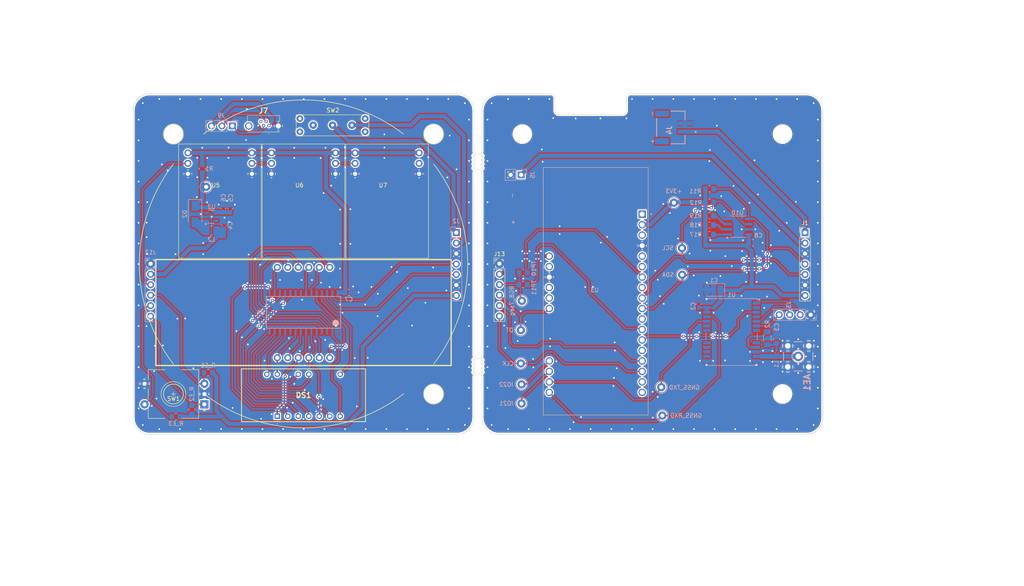
<source format=kicad_pcb>
(kicad_pcb (version 20240108) (generator "pcbnew") (generator_version "8.0")
  (layers (0 "F.Cu" signal) (31 "B.Cu" signal) (34 "B.Paste" user) (35 "F.Paste" user) (36 "B.SilkS" user "B.Silkscreen") (37 "F.SilkS" user "F.Silkscreen") (38 "B.Mask" user) (39 "F.Mask" user) (44 "Edge.Cuts" user))
  (net 0 "")
  (net 1 "Net-(AE1-A)")
  (net 2 "GND")
  (net 3 "+3V3")
  (net 4 "+5V")
  (net 5 "Net-(D2-A)")
  (net 6 "Net-(C3-Pad2)")
  (net 7 "Net-(J3-Pin_2)")
  (net 8 "Net-(J3-Pin_3)")
  (net 9 "CLK")
  (net 10 "DT")
  (net 11 "Net-(J3-Pin_4)")
  (net 12 "Net-(J7-D+)")
  (net 14 "Net-(J7-D-)")
  (net 15 "Net-(U1-VCC_RF)")
  (net 20 "PULSE")
  (net 24 "SW_BATT")
  (net 27 "SW")
  (net 29 "Net-(U10-E0)")
  (net 30 "Net-(U10-E1)")
  (net 31 "Net-(U10-E2)")
  (net 37 "unconnected-(U3-RX-Pad18)")
  (net 38 "SDA")
  (net 39 "SCL")
  (net 42 "/Display/g")
  (net 43 "Net-(U5-DO)")
  (net 45 "VCC")
  (net 46 "Net-(U6-DO)")
  (net 48 "GNSS_RXD")
  (net 49 "GNSS_TXD")
  (net 50 "RGB_7seg")
  (net 51 "/Display/CA2")
  (net 52 "/Display/CA3")
  (net 53 "/Display/CA1")
  (net 54 "/Display/CA4")
  (net 56 "Net-(U3-MOSI)")
  (net 57 "Net-(J7-VBUS)")
  (net 58 "Net-(D2-K)")
  (net 59 "SW_ESP")
  (net 60 "Net-(U3-D7)")
  (net 61 "Net-(U3-D13)")
  (net 62 "Net-(U3-D12)")
  (net 65 "/Display/CC2")
  (net 66 "/Display/b")
  (net 67 "/Display/aBL2")
  (net 68 "/Display/aG")
  (net 69 "/Display/aF")
  (net 70 "/Display/aE")
  (net 71 "/Display/aCL3")
  (net 72 "/Display/aAL1")
  (net 73 "/Display/aDP")
  (net 74 "/Display/aD")
  (net 75 "/Display/CC1")
  (net 76 "/Display/f")
  (net 77 "/Display/CC3")
  (net 78 "/Display/L123")
  (net 79 "/Display/d")
  (footprint "7seg_rgb:7seg_1x1_rgb" (layer "F.Cu") (at 94 66.9)
    (property "Reference" "U6")
    (property "Value" "7seg_1x1_rgb")
  )
  (footprint "MountingHole:MountingHole_4.3mm_M4" (layer "F.Cu") (at 125.5 114.5)
    (property "Reference" "REF**" (hide yes))
    (property "Value" "MountingHole_4.3mm_M4")
  )
  (footprint "Button_Switch_THT:MSN22AFW01" (layer "F.Cu") (at 101.03 53.93 180)
    (property "Reference" "SW2")
    (property "Value" "MSN22AFW01")
  )
  (footprint "KiCad:USB3145301A" (layer "F.Cu") (at 84.32 49.21 180)
    (property "Reference" "J7")
    (property "Value" "USB_B_Micro" (hide yes))
  )
  (footprint "MountingHole:MountingHole_4.3mm_M4" (layer "F.Cu") (at 125.5 51.5)
    (property "Reference" "REF**" (hide yes))
    (property "Value" "MountingHole_4.3mm_M4")
  )
  (footprint "7seg_rgb:7seg_4x1" (layer "F.Cu") (at 94 94.75)
    (property "Reference" "U8" (hide yes))
    (property "Value" "KW4-804AGB")
  )
  (footprint "7seg_rgb:7seg_1x1_rgb" (layer "F.Cu") (at 73.75 66.9)
    (property "Reference" "U5")
    (property "Value" "7seg_1x1_rgb")
  )
  (footprint "MountingHole:MountingHole_4.3mm_M4" (layer "F.Cu") (at 62.5 51.5)
    (property "Reference" "REF**" (hide yes))
    (property "Value" "MountingHole_4.3mm_M4")
  )
  (footprint "Connector_PinHeader_2.54mm:PinHeader_1x07_P2.54mm_Vertical" (layer "F.Cu") (at 215.45 75.38)
    (property "Reference" "J1")
    (property "Value" "I2C/BATT_H")
  )
  (footprint "Connector_PinHeader_2.54mm:PinHeader_1x06_P2.54mm_Vertical" (layer "F.Cu") (at 141.45 82.9)
    (property "Reference" "J13")
    (property "Value" "ENC+RGB")
  )
  (footprint "7seg_rgb:7seg_1x1_rgb" (layer "F.Cu") (at 114.25 66.9)
    (property "Reference" "U7")
    (property "Value" "7seg_1x1_rgb")
  )
  (footprint "Display_7Segment:LTC4724JF" (layer "F.Cu") (at 87.65 119.88)
    (property "Reference" "DS1")
    (property "Value" "LTC-4724JF" (hide yes))
  )
  (footprint "Rotary_Encoder:RotaryEncoder_20mm_WO_mount_holes" (layer "F.Cu") (at 62.5 114.5 180)
    (property "Reference" "SW1")
    (property "Value" "RotaryEncoder_Switch")
  )
  (footprint "Package_SO:SOIC-8_3.9x4.9mm_P1.27mm" (layer "B.Cu") (at 199.331976 73.95)
    (property "Reference" "U10")
    (property "Value" "24C32")
  )
  (footprint "TestPoint:TestPoint_Loop_D1.80mm_Drill1.0mm_Beaded" (layer "B.Cu") (at 180.9 119.73 180)
    (property "Reference" "TP5" (hide yes))
    (property "Value" "GNSS_RXD")
  )
  (footprint "Capacitor_SMD:C_0603_1608Metric_Pad1.08x0.95mm_HandSolder" (layer "B.Cu") (at 76.26993 69.6 90)
    (property "Reference" "C5")
    (property "Value" "10uF")
  )
  (footprint "RF_GPS:ublox_NEO" (layer "B.Cu") (at 197.67 99.48 180)
    (property "Reference" "U1")
    (property "Value" "NEO-M9N")
  )
  (footprint "Connector_PinSocket_2.54mm:PinSocket_1x07_P2.54mm_Vertical" (layer "B.Cu") (at 130.99993 75.38 180)
    (property "Reference" "J2")
    (property "Value" "I2C/BATT_S")
  )
  (footprint "Capacitor_SMD:C_0805_2012Metric_Pad1.18x1.45mm_HandSolder" (layer "B.Cu") (at 104.96667 89.9)
    (property "Reference" "C7")
    (property "Value" "100nF")
  )
  (footprint "Connector_PinHeader_2.54mm:PinHeader_1x04_P2.54mm_Vertical" (layer "B.Cu") (at 216.82 95.28 90)
    (property "Reference" "J3")
    (property "Value" "USB_pads")
  )
  (footprint "DFR0654:DFR0654_2" (layer "B.Cu") (at 164.5125 90.85 180)
    (property "Reference" "U3")
    (property "Value" "DFR0654")
  )
  (footprint "Resistor_SMD:R_0805_2012Metric_Pad1.20x1.40mm_HandSolder" (layer "B.Cu") (at 147.2 85.1)
    (property "Reference" "TP10")
    (property "Value" "Jumper_MOSI")
  )
  (footprint "Capacitor_SMD:C_0603_1608Metric_Pad1.08x0.95mm_HandSolder" (layer "B.Cu") (at 189.72 92.685 90)
    (property "Reference" "C2")
    (property "Value" "1uF")
  )
  (footprint "Inductor_SMD:L_1008_2520Metric_Pad1.43x2.20mm_HandSolder" (layer "B.Cu") (at 71.66993 74.9 180)
    (property "Reference" "L2")
    (property "Value" "2.2 uH")
  )
  (footprint "MountingHole:MountingHole_4.3mm_M4" (layer "B.Cu") (at 210 51.5 180)
    (property "Reference" "REF**")
    (property "Value" "MountingHole_4.3mm_M4")
  )
  (footprint "Inductor_SMD:L_0402_1005Metric_Pad0.77x0.64mm_HandSolder" (layer "B.Cu") (at 208.57 104.42 90)
    (property "Reference" "L1")
    (property "Value" "27nH")
  )
  (footprint "Capacitor_SMD:C_0603_1608Metric_Pad1.08x0.95mm_HandSolder" (layer "B.Cu") (at 74.84493 73.65 90)
    (property "Reference" "C4")
    (property "Value" "10uF")
  )
  (footprint "TestPoint:TestPoint_Loop_D1.80mm_Drill1.0mm_Beaded" (layer "B.Cu") (at 70.44 64.28 180)
    (property "Reference" "TP6" (hide yes))
    (property "Value" "+5V")
  )
  (footprint "Capacitor_SMD:C_0805_2012Metric_Pad1.18x1.45mm_HandSolder" (layer "B.Cu") (at 202.851976 77.83 180)
    (property "Reference" "C8")
    (property "Value" "100nF")
  )
  (footprint "Capacitor_SMD:C_0805_2012Metric_Pad1.18x1.45mm_HandSolder" (layer "B.Cu") (at 208.57 101.17 -90)
    (property "Reference" "C3")
    (property "Value" "10n")
  )
  (footprint "TestPoint:TestPoint_Loop_D1.80mm_Drill1.0mm_Beaded" (layer "B.Cu") (at 146.8 112.15 180)
    (property "Reference" "TP12" (hide yes))
    (property "Value" "IO22")
  )
  (footprint "Resistor_SMD:R_0805_2012Metric_Pad1.20x1.40mm_HandSolder" (layer "B.Cu") (at 63.12 119.99)
    (property "Reference" "R_E3")
    (property "Value" "10k")
  )
  (footprint "Resistor_SMD:R_0805_2012Metric_Pad1.20x1.40mm_HandSolder" (layer "B.Cu") (at 192.3 71.3)
    (property "Reference" "R19")
    (property "Value" "4k7")
  )
  (footprint "Connector_PinSocket_2.54mm:PinSocket_1x06_P2.54mm_Vertical" (layer "B.Cu") (at 56.97493 82.925 180)
    (property "Reference" "J12")
    (property "Value" "ENC+RGB")
  )
  (footprint "MountingHole:MountingHole_4.3mm_M4" (layer "B.Cu") (at 210 114.5 180)
    (property "Reference" "REF**")
    (property "Value" "MountingHole_4.3mm_M4")
  )
  (footprint "TestPoint:TestPoint_Loop_D1.80mm_Drill1.0mm_Beaded" (layer "B.Cu") (at 180.64 112.84 180)
    (property "Reference" "TP4" (hide yes))
    (property "Value" "GNSS_TXD")
  )
  (footprint "Resistor_SMD:R_1206_3216Metric_Pad1.30x1.75mm_HandSolder" (layer "B.Cu") (at 206.32 100.99 -90)
    (property "Reference" "R2")
    (property "Value" "10")
  )
  (footprint "TestPoint:TestPoint_Loop_D1.80mm_Drill1.0mm_Beaded" (layer "B.Cu") (at 185.69 85.5875 180)
    (property "Reference" "TP1" (hide yes))
    (property "Value" "SDA")
  )
  (footprint "Resistor_SMD:R_0805_2012Metric_Pad1.20x1.40mm_HandSolder" (layer "B.Cu") (at 192.306976 68.025)
    (property "Reference" "R12")
    (property "Value" "4k7")
  )
  (footprint "TestPoint:TestPoint_Loop_D1.80mm_Drill1.0mm_Beaded" (layer "B.Cu") (at 183.7 68.1175 180)
    (property "Reference" "TP7" (hide yes))
    (property "Value" "+3V3")
  )
  (footprint "TestPoint:TestPoint_Loop_D1.80mm_Drill1.0mm_Beaded" (layer "B.Cu") (at 185.66 79.1475 180)
    (property "Reference" "TP2" (hide yes))
    (property "Value" "SCL")
  )
  (footprint "Diode_SMD:D_SMA" (layer "B.Cu") (at 67.74 70.89 -90)
    (property "Reference" "D2")
    (property "Value" "B120-E3")
  )
  (footprint "Resistor_SMD:R_0805_2012Metric_Pad1.20x1.40mm_HandSolder" (layer "B.Cu") (at 192.306976 64.775)
    (property "Reference" "R11")
    (property "Value" "4k7")
  )
  (footprint "Resistor_SMD:R_0805_2012Metric_Pad1.20x1.40mm_HandSolder" (layer "B.Cu") (at 192.302094 73.55)
    (property "Reference" "R18")
    (property "Value" "4k7")
  )
  (footprint "Resistor_SMD:R_0805_2012Metric_Pad1.20x1.40mm_HandSolder" (layer "B.Cu") (at 70.9 109.3)
    (property "Reference" "R_E1")
    (property "Value" "10k")
  )
  (footprint "TestPoint:TestPoint_Loop_D1.80mm_Drill1.0mm_Beaded" (layer "B.Cu") (at 146.87 91.9075 180)
    (property "Reference" "TP3" (hide yes))
    (property "Value" "RGB_7seg")
  )
  (footprint "Connector_PinSocket_2.54mm:PinSocket_1x02_P2.54mm_Vertical" (layer "B.Cu") (at 146.7 61.38 90)
    (property "Reference" "J5")
    (property "Value" "ESP")
  )
  (footprint "w_conn_rf:lemo_epb00250ntn" (layer "B.Cu") (at 213.81125 105.38 90)
    (property "Reference" "AE1")
    (property "Value" "Antenna_Shield")
  )
  (footprint "TestPoint:TestPoint_Loop_D1.80mm_Drill1.0mm_Beaded" (layer "B.Cu") (at 146.8 116.8 180)
    (property "Reference" "TP13" (hide yes))
    (property "Value" "IO21")
  )
  (footprint "Resistor_SMD:R_0805_2012Metric_Pad1.20x1.40mm_HandSolder" (layer "B.Cu") (at 69.5 59.9 90)
    (property "Reference" "R1")
    (property "Value" "0R")
  )
  (footprint "w_smd_dil:soic-28" (layer "B.Cu") (at 94 94.7 180)
    (property "Reference" "U4")
    (property "Value" "HT16k33" (hide yes))
  )
  (footprint "Capacitor_Tantalum_SMD:CP_EIA-3528-15_AVX-H_Pad1.50x2.35mm_HandSolder" (layer "B.Cu") (at 193.37 89.28 180)
    (property "Reference" "C1")
    (property "Value" "10uF")
  )
  (footprint "Capacitor_SMD:C_0603_1608Metric_Pad1.08x0.95mm_HandSolder" (layer "B.Cu") (at 74.56993 69.6 90)
    (property "Reference" "C6")
    (property "Value" "10uF")
  )
  (footprint "Resistor_SMD:R_0805_2012Metric_Pad1.20x1.40mm_HandSolder" (layer "B.Cu") (at 147.16 87.9675 180)
    (property "Reference" "TP11")
    (property "Value" "Jumper_D9")
  )
  (footprint "TestPoint:TestPoint_Loop_D1.80mm_Drill1.0mm_Beaded" (layer "B.Cu") (at 146.63 107.0975 180)
    (property "Reference" "TP9" (hide yes))
    (property "Value" "CLK")
  )
  (footprint "1769:1769" (layer "B.Cu") (at 186.378 49.89 90)
    (property "Reference" "J4")
    (property "Value" "BATT" (hide yes))
  )
  (footprint "TestPoint:TestPoint_Loop_D1.80mm_Drill1.0mm_Beaded" (layer "B.Cu") (at 146.63 99.02 180)
    (property "Reference" "TP8" (hide yes))
    (property "Value" "DT")
  )
  (footprint "Connector_PinSocket_2.54mm:PinSocket_1x03_P2.54mm_Vertical" (layer "B.Cu") (at 76.77 49.515 90)
    (property "Reference" "J9")
    (property "Value" "USB_pads")
  )
  (footprint "Resistor_SMD:R_0805_2012Metric_Pad1.20x1.40mm_HandSolder" (layer "B.Cu") (at 192.302094 75.85)
    (property "Reference" "R17")
    (property "Value" "4k7")
  )
  (footprint "Package_TO_SOT_SMD:SOT-23-5" (layer "B.Cu") (at 71.61993 71.55)
    (property "Reference" "U2")
    (property "Value" "TPS613222ADBVR")
  )
  (footprint "Resistor_SMD:R_0805_2012Metric_Pad1.20x1.40mm_HandSolder" (layer "B.Cu") (at 66.97 118.29 -90)
    (property "Reference" "R_E2")
    (property "Value" "10k")
  )
  (footprint "MountingHole:MountingHole_4.3mm_M4" (layer "B.Cu") (at 147 51.5 180)
    (property "Reference" "REF**")
    (property "Value" "MountingHole_4.3mm_M4")
  )
  (gr_arc (start 125.5 58.75) (mid 133.75313 83) (end 125.5 107.25) (stroke (width 0.15)) (layer "F.SilkS"))
  (gr_arc (start 118.26993 114.426334) (mid 94.06993 122.7) (end 69.86993 114.426334) (stroke (width 0.15)) (layer "F.SilkS"))
  (gr_arc (start 69.8 51.5) (mid 94 43.226334) (end 118.2 51.5) (stroke (width 0.15)) (layer "F.SilkS"))
  (gr_circle (center 62.5 114.5) (end 64.9 114.5) (stroke (width 0.15)) (fill none) (layer "F.SilkS"))
  (gr_circle (center 125.5 51.5) (end 127.9 51.5) (stroke (width 0.15)) (fill none) (layer "F.SilkS"))
  (gr_circle (center 62.5 51.5) (end 64.9 51.5) (stroke (width 0.15)) (fill none) (layer "F.SilkS"))
  (gr_circle (center 125.5 114.5) (end 127.9 114.5) (stroke (width 0.15)) (fill none) (layer "F.SilkS"))
  (gr_arc (start 62.5 107.25) (mid 54.260676 83) (end 62.5 58.75) (stroke (width 0.15)) (layer "F.SilkS"))
  (gr_circle (center 135.25 59.75) (end 135.5 59.75) (stroke (width 0.1)) (fill none) (layer "Edge.Cuts"))
  (gr_arc (start 155.87 46.75) (mid 155.162893 46.457107) (end 154.87 45.75) (stroke (width 0.1)) (layer "Edge.Cuts"))
  (gr_arc (start 52.75 45.75) (mid 53.921579 42.921579) (end 56.75 41.75) (stroke (width 0.15)) (layer "Edge.Cuts"))
  (gr_arc (start 137.25 105) (mid 136.25 106) (end 135.25 105) (stroke (width 0.1)) (layer "Edge.Cuts"))
  (gr_arc (start 153.86 41.75) (mid 154.575485 42.038291) (end 154.872976 42.75) (stroke (width 0.1)) (layer "Edge.Cuts"))
  (gr_circle (center 137.251976 58.775) (end 137.501976 58.775) (stroke (width 0.1)) (fill none) (layer "Edge.Cuts"))
  (gr_circle (center 135.25 56.75) (end 135.5 56.75) (stroke (width 0.1)) (fill none) (layer "Edge.Cuts"))
  (gr_arc (start 56.578427 124.25) (mid 53.819579 123.003647) (end 52.75 120.171573) (stroke (width 0.1)) (layer "Edge.Cuts"))
  (gr_circle (center 135.25 57.75) (end 135.5 57.75) (stroke (width 0.1)) (fill none) (layer "Edge.Cuts"))
  (gr_arc (start 219.75 120.171573) (mid 218.680465 123.003688) (end 215.921573 124.25) (stroke (width 0.15)) (layer "Edge.Cuts"))
  (gr_line (start 137.25 105) (end 137.25 61) (stroke (width 0.1)) (layer "Edge.Cuts"))
  (gr_circle (center 137.251976 57.775) (end 137.501976 57.775) (stroke (width 0.1)) (fill none) (layer "Edge.Cuts"))
  (gr_circle (center 135.25 108.225) (end 135.5 108.225) (stroke (width 0.1)) (fill none) (layer "Edge.Cuts"))
  (gr_arc (start 137.25 45.828427) (mid 138.444535 42.944535) (end 141.328427 41.75) (stroke (width 0.1)) (layer "Edge.Cuts"))
  (gr_circle (center 135.25 109.225) (end 135.5 109.225) (stroke (width 0.1)) (fill none) (layer "Edge.Cuts"))
  (gr_line (start 172.2 42.75) (end 172.2 45.75) (stroke (width 0.1)) (layer "Edge.Cuts"))
  (gr_circle (center 137.251976 59.775) (end 137.501976 59.775) (stroke (width 0.1)) (fill none) (layer "Edge.Cuts"))
  (gr_circle (center 137.251976 106.25) (end 137.501976 106.25) (stroke (width 0.1)) (fill none) (layer "Edge.Cuts"))
  (gr_circle (center 137.251976 108.25) (end 137.501976 108.25) (stroke (width 0.1)) (fill none) (layer "Edge.Cuts"))
  (gr_arc (start 135.25 120.171573) (mid 134.055462 123.055454) (end 131.171573 124.25) (stroke (width 0.1)) (layer "Edge.Cuts"))
  (gr_line (start 56.578427 124.25) (end 131.171573 124.25) (stroke (width 0.1)) (layer "Edge.Cuts"))
  (gr_line (start 219.75 120.171573) (end 219.75 45.75) (stroke (width 0.15)) (layer "Edge.Cuts"))
  (gr_line (start 154.87 42.75) (end 154.87 45.75) (stroke (width 0.1)) (layer "Edge.Cuts"))
  (gr_arc (start 131.171573 41.75) (mid 134.055464 42.944536) (end 135.25 45.828427) (stroke (width 0.1)) (layer "Edge.Cuts"))
  (gr_line (start 52.75 45.75) (end 52.75 120.171573) (stroke (width 0.1)) (layer "Edge.Cuts"))
  (gr_line (start 215.75 41.75) (end 173.2 41.75) (stroke (width 0.1)) (layer "Edge.Cuts"))
  (gr_arc (start 215.75 41.75) (mid 218.578427 42.921573) (end 219.75 45.75) (stroke (width 0.1)) (layer "Edge.Cuts"))
  (gr_arc (start 135.25 110.5) (mid 136.25 109.5) (end 137.25 110.5) (stroke (width 0.1)) (layer "Edge.Cuts"))
  (gr_arc (start 141.328427 124.25) (mid 138.444535 123.055465) (end 137.25 120.171573) (stroke (width 0.1)) (layer "Edge.Cuts"))
  (gr_line (start 141.328427 41.75) (end 153.86 41.75) (stroke (width 0.1)) (layer "Edge.Cuts"))
  (gr_line (start 135.25 120.171573) (end 135.25 110.5) (stroke (width 0.1)) (layer "Edge.Cuts"))
  (gr_line (start 135.25 61) (end 135.25 105) (stroke (width 0.1)) (layer "Edge.Cuts"))
  (gr_line (start 141.328427 124.25) (end 215.921573 124.25) (stroke (width 0.1)) (layer "Edge.Cuts"))
  (gr_line (start 131.171573 41.75) (end 56.75 41.75) (stroke (width 0.15)) (layer "Edge.Cuts"))
  (gr_circle (center 135.25 106.225) (end 135.5 106.225) (stroke (width 0.1)) (fill none) (layer "Edge.Cuts"))
  (gr_arc (start 172.2 42.75) (mid 172.492893 42.042893) (end 173.2 41.75) (stroke (width 0.1)) (layer "Edge.Cuts"))
  (gr_circle (center 135.25 58.75) (end 135.5 58.75) (stroke (width 0.1)) (fill none) (layer "Edge.Cuts"))
  (gr_circle (center 137.251976 107.25) (end 137.501976 107.25) (stroke (width 0.1)) (fill none) (layer "Edge.Cuts"))
  (gr_line (start 135.25 45.828427) (end 135.25 55.5) (stroke (width 0.1)) (layer "Edge.Cuts"))
  (gr_arc (start 172.2 45.75) (mid 171.907107 46.457107) (end 171.2 46.75) (stroke (width 0.1)) (layer "Edge.Cuts"))
  (gr_line (start 137.25 55.51) (end 137.25 45.828427) (stroke (width 0.1)) (layer "Edge.Cuts"))
  (gr_circle (center 135.25 107.225) (end 135.5 107.225) (stroke (width 0.1)) (fill none) (layer "Edge.Cuts"))
  (gr_circle (center 137.251976 56.775) (end 137.501976 56.775) (stroke (width 0.1)) (fill none) (layer "Edge.Cuts"))
  (gr_arc (start 137.249999 55.51) (mid 136.245 56.500036) (end 135.249951 55.5) (stroke (width 0.1)) (layer "Edge.Cuts"))
  (gr_arc (start 135.25 61) (mid 136.25 60) (end 137.25 61) (stroke (width 0.1)) (layer "Edge.Cuts"))
  (gr_line (start 137.25 120.171573) (end 137.25 110.5) (stroke (width 0.1)) (layer "Edge.Cuts"))
  (gr_line (start 171.2 46.75) (end 155.87 46.75) (stroke (width 0.1)) (layer "Edge.Cuts"))
  (gr_circle (center 137.251976 109.25) (end 137.501976 109.25) (stroke (width 0.1)) (fill none) (layer "Edge.Cuts"))
  (gr_text "+" (at 144.07 72.34 180) (layer "B.SilkS") (effects (font (size 1 1)) (justify left bottom mirror)))
  (gr_text "-" (at 179.08 47.24 90) (layer "B.SilkS") (effects (font (size 1 1)) (justify left bottom)))
  (gr_text "-" (at 144.07 67.14 -90) (layer "B.SilkS") (effects (font (size 1 1)) (justify left bottom mirror)))
  (gr_text "+" (at 179.12 52.5 90) (layer "B.SilkS") (effects (font (size 1 1)) (justify left bottom mirror)))
  (segment (start 213.81125 105.38) (end 204.97 105.38) (width 1.22) (layer "B.Cu") (net 1))
  (segment (start 203.67 105.38) (end 204.97 105.38) (width 0.5) (layer "B.Cu") (net 1))
  (segment (start 213.81125 105.38) (end 213.785625 105.354375) (width 1.22) (layer "B.Cu") (net 1))
  (via (at 189.75 90.66) (size 0.8) (drill 0.4) (layers "F.Cu" "B.Cu") (net 2))
  (via (at 98.87 65.78) (size 0.8) (drill 0.4) (layers "F.Cu" "B.Cu") (net 2))
  (via (at 70.64 68.02) (size 0.8) (drill 0.4) (layers "F.Cu" "B.Cu") (net 2))
  (via (at 207.56 106.69) (size 0.8) (drill 0.4) (layers "F.Cu" "B.Cu") (net 2))
  (via (at 178.61 120.225) (size 0.8) (drill 0.4) (layers "F.Cu" "B.Cu") (net 2))
  (via (at 56.09 80.54) (size 0.8) (drill 0.4) (layers "F.Cu" "B.Cu") (net 2))
  (via (at 205.57 93.63) (size 0.8) (drill 0.4) (layers "F.Cu" "B.Cu") (net 2))
  (via (at 130.02 84.26) (size 0.8) (drill 0.4) (layers "F.Cu" "B.Cu") (net 2))
  (via (at 197.72 83.51) (size 0.8) (drill 0.4) (layers "F.Cu" "B.Cu") (net 2))
  (via (at 65.34 96.18) (size 0.8) (drill 0.4) (layers "F.Cu" "B.Cu") (net 2))
  (via (at 79.09 100.75) (size 0.8) (drill 0.4) (layers "F.Cu" "B.Cu") (net 2))
  (via (at 99.31 54.82) (size 0.8) (drill 0.4) (layers "F.Cu" "B.Cu") (net 2))
  (via (at 115.3 83.7) (size 0.8) (drill 0.4) (layers "F.Cu" "B.Cu") (net 2))
  (via (at 203.551976 123) (size 0.8) (drill 0.4) (layers "F.Cu" "B.Cu") (net 2))
  (via (at 180.32 90.79) (size 0.8) (drill 0.4) (layers "F.Cu" "B.Cu") (net 2))
  (via (at 134.06667 93) (size 0.8) (drill 0.4) (layers "F.Cu" "B.Cu") (net 2))
  (via (at 83.14872 96.986157) (size 0.8) (drill 0.4) (layers "F.Cu" "B.Cu") (net 2))
  (via (at 201.331974 85.055) (size 0.8) (drill 0.4) (layers "F.Cu" "B.Cu") (net 2))
  (via (at 192.53 79.76) (size 0.8) (drill 0.4) (layers "F.Cu" "B.Cu") (net 2))
  (via (at 64.06667 123) (size 0.8) (drill 0.4) (layers "F.Cu" "B.Cu") (net 2))
  (via (at 99.11 120.49) (size 0.8) (drill 0.4) (layers "F.Cu" "B.Cu") (net 2))
  (via (at 193.551976 43) (size 0.8) (drill 0.4) (layers "F.Cu" "B.Cu") (net 2))
  (via (at 204.07 66.13) (size 0.8) (drill 0.4) (layers "F.Cu" "B.Cu") (net 2))
  (via (at 106.41 105.79) (size 0.8) (drill 0.4) (layers "F.Cu" "B.Cu") (net 2))
  (via (at 125.39 83.83) (size 0.8) (drill 0.4) (layers "F.Cu" "B.Cu") (net 2))
  (via (at 114.06667 43) (size 0.8) (drill 0.4) (layers "F.Cu" "B.Cu") (net 2))
  (via (at 173.551976 123) (size 0.8) (drill 0.4) (layers "F.Cu" "B.Cu") (net 2))
  (via (at 134.06667 73) (size 0.8) (drill 0.4) (layers "F.Cu" "B.Cu") (net 2))
  (via (at 93.54 86.86) (size 0.8) (drill 0.4) (layers "F.Cu" "B.Cu") (net 2))
  (via (at 54.06667 103) (size 0.8) (drill 0.4) (layers "F.Cu" "B.Cu") (net 2))
  (via (at 218.551976 108) (size 0.8) (drill 0.4) (layers "F.Cu" "B.Cu") (net 2))
  (via (at 90.623719 103.483719) (size 0.8) (drill 0.4) (layers "F.Cu" "B.Cu") (net 2))
  (via (at 194.1 49.46) (size 0.8) (drill 0.4) (layers "F.Cu" "B.Cu") (net 2))
  (via (at 83.5 83.15) (size 0.8) (drill 0.4) (layers "F.Cu" "B.Cu") (net 2))
  (via (at 55.06667 122) (size 0.8) (drill 0.4) (layers "F.Cu" "B.Cu") (net 2))
  (via (at 96.02 86.87) (size 0.8) (drill 0.4) (layers "F.Cu" "B.Cu") (net 2))
  (via (at 179.78 115.21) (size 0.8) (drill 0.4) (layers "F.Cu" "B.Cu") (net 2))
  (via (at 113.6 54.76) (size 0.8) (drill 0.4) (layers "F.Cu" "B.Cu") (net 2))
  (via (at 59.7 58.84) (size 0.8) (drill 0.4) (layers "F.Cu" "B.Cu") (net 2))
  (via (at 134.06667 103) (size 0.8) (drill 0.4) (layers "F.Cu" "B.Cu") (net 2))
  (via (at 80.06 52.92) (size 0.8) (drill 0.4) (layers "F.Cu" "B.Cu") (net 2))
  (via (at 123.53 92.38) (size 0.8) (drill 0.4) (layers "F.Cu" "B.Cu") (net 2))
  (via (at 198.15 64.05) (size 0.8) (drill 0.4) (layers "F.Cu" "B.Cu") (net 2))
  (via (at 69.48 54.82) (size 0.8) (drill 0.4) (layers "F.Cu" "B.Cu") (net 2))
  (via (at 54.06667 58) (size 0.8) (drill 0.4) (layers "F.Cu" "B.Cu") (net 2))
  (via (at 193.692496 69.900228) (size 0.8) (drill 0.4) (layers "F.Cu" "B.Cu") (net 2))
  (via (at 91.4 116.6) (size 0.8) (drill 0.4) (layers "F.Cu" "B.Cu") (net 2))
  (via (at 198.551976 43) (size 0.8) (drill 0.4) (layers "F.Cu" "B.Cu") (net 2))
  (via (at 86.25 119.37) (size 0.8) (drill 0.4) (layers "F.Cu" "B.Cu") (net 2))
  (via (at 169.34 101.97) (size 0.8) (drill 0.4) (layers "F.Cu" "B.Cu") (net 2))
  (via (at 85.380154 91.660863) (size 0.8) (drill 0.4) (layers "F.Cu" "B.Cu") (net 2))
  (via (at 134.06667 83) (size 0.8) (drill 0.4) (layers "F.Cu" "B.Cu") (net 2))
  (via (at 103.45 94.775) (size 0.8) (drill 0.4) (layers "F.Cu" "B.Cu") (net 2))
  (via (at 201.48 95.61) (size 0.8) (drill 0.4) (layers "F.Cu" "B.Cu") (net 2))
  (via (at 218.551976 73) (size 0.8) (drill 0.4) (layers "F.Cu" "B.Cu") (net 2))
  (via (at 128.85 62) (size 0.8) (drill 0.4) (layers "F.Cu" "B.Cu") (net 2))
  (via (at 207.176976 78.425) (size 0.8) (drill 0.4) (layers "F.Cu" "B.Cu") (net 2))
  (via (at 134.06667 118) (size 0.8) (drill 0.4) (layers "F.Cu" "B.Cu") (net 2))
  (via (at 217.551976 122) (size 0.8) (drill 0.4) (layers "F.Cu" "B.Cu") (net 2))
  (via (at 129.06667 123) (size 0.8) (drill 0.4) (layers "F.Cu" "B.Cu") (net 2))
  (via (at 217.61125 101.58) (size 0.8) (drill 0.4) (layers "F.Cu" "B.Cu") (net 2))
  (via (at 153.55 42.9975) (size 0.8) (drill 0.4) (layers "F.Cu" "B.Cu") (net 2))
  (via (at 75.95 72.78) (size 0.8) (drill 0.4) (layers "F.Cu" "B.Cu") (net 2))
  (via (at 54.06667 83) (size 0.8) (drill 0.4) (layers "F.Cu" "B.Cu") (net 2))
  (via (at 74.06667 43) (size 0.8) (drill 0.4) (layers "F.Cu" "B.Cu") (net 2))
  (via (at 133.06667 122) (size 0.8) (drill 0.4) (layers "F.Cu" "B.Cu") (net 2))
  (via (at 169.83 108.27) (size 0.8) (drill 0.4) (layers "F.Cu" "B.Cu") (net 2))
  (via (at 146.6 94.4) (size 0.8) (drill 0.4) (layers "F.Cu" "B.Cu") (net 2))
  (via (at 213.81125 107.24) (size 0.8) (drill 0.4) (layers "F.Cu" "B.Cu") (net 2))
  (via (at 128.6 89.4) (size 0.8) (drill 0.4) (layers "F.Cu" "B.Cu") (net 2))
  (via (at 202.11 106.49) (size 0.8) (drill 0.4) (layers "F.Cu" "B.Cu") (net 2))
  (via (at 205.27 106.77) (size 0.8) (drill 0.4) (layers "F.Cu" "B.Cu") (net 2))
  (via (at 179.18 84.61) (size 0.8) (drill 0.4) (layers "F.Cu" "B.Cu") (net 2))
  (via (at 84.06667 43) (size 0.8) (drill 0.4) (layers "F.Cu" "B.Cu") (net 2))
  (via (at 95.5 103.18) (size 0.8) (drill 0.4) (layers "F.Cu" "B.Cu") (net 2))
  (via (at 218.551976 48) (size 0.8) (drill 0.4) (layers "F.Cu" "B.Cu") (net 2))
  (via (at 193.2025 106.45) (size 0.8) (drill 0.4) (layers "F.Cu" "B.Cu") (net 2))
  (via (at 54.06667 68) (size 0.8) (drill 0.4) (layers "F.Cu" "B.Cu") (net 2))
  (via (at 203.731974 87.31) (size 0.8) (drill 0.4) (layers "F.Cu" "B.Cu") (net 2))
  (via (at 195.525 99.72) (size 0.8) (drill 0.4) (layers "F.Cu" "B.Cu") (net 2))
  (via (at 83.88 59.48) (size 0.8) (drill 0.4) (layers "F.Cu" "B.Cu") (net 2))
  (via (at 92.78 115.22) (size 0.8) (drill 0.4) (layers "F.Cu" "B.Cu") (net 2))
  (via (at 166.04 77.7875) (size 0.8) (drill 0.4) (layers "F.Cu" "B.Cu") (net 2))
  (via (at 196.151976 81.08) (size 0.8) (drill 0.4) (layers "F.Cu" "B.Cu") (net 2))
  (via (at 217.91125 105.33) (size 0.8) (drill 0.4) (layers "F.Cu" "B.Cu") (net 2))
  (via (at 138.551976 108) (size 0.8) (drill 0.4) (layers "F.Cu" "B.Cu") (net 2))
  (via (at 119.25 88.83) (size 0.8) (drill 0.4) (layers "F.Cu" "B.Cu") (net 2))
  (via (at 177.11 92.52) (size 0.8) (drill 0.4) (layers "F.Cu" "B.Cu") (net 2))
  (via (at 158.551976 123) (size 0.8) (drill 0.4) (layers "F.Cu" "B.Cu") (net 2))
  (via (at 134.06667 88) (size 0.8) (drill 0.4) (layers "F.Cu" "B.Cu") (net 2))
  (via (at 80.7 80.7) (size 0.8) (drill 0.4) (layers "F.Cu" "B.Cu") (net 2))
  (via (at 134.06667 48) (size 0.8) (drill 0.4) (layers "F.Cu" "B.Cu") (net 2))
  (via (at 187.501976 80.48) (size 0.8) (drill 0.4) (layers "F.Cu" "B.Cu") (net 2))
  (via (at 165.9 47.7) (size 0.8) (drill 0.4) (layers "F.Cu" "B.Cu") (net 2))
  (via (at 206.25 90.89) (size 0.8) (drill 0.4) (layers "F.Cu" "B.Cu") (net 2))
  (via (at 82.278719 81.728719) (size 0.8) (drill 0.4) (layers "F.Cu" "B.Cu") (net 2))
  (via (at 193.32 94.79) (size 0.8) (drill 0.4) (layers "F.Cu" "B.Cu") (net 2))
  (via (at 71.75 71.55) (size 0.8) (drill 0.4) (layers "F.Cu" "B.Cu") (net 2))
  (via (at 202.11 104.28) (size 0.8) (drill 0.4) (layers "F.Cu" "B.Cu") (net 2))
  (via (at 100.68 57.31) (size 0.8) (drill 0.4) (layers "F.Cu" "B.Cu") (net 2))
  (via (at 218.551976 98) (size 0.8) (drill 0.4) (layers "F.Cu" "B.Cu") (net 2))
  (via (at 89.014323 93.60666) (size 0.8) (drill 0.4) (layers "F.Cu" "B.Cu") (net 2))
  (via (at 56.01 72.97) (size 0.8) (drill 0.4) (layers "F.Cu" "B.Cu") (net 2))
  (via (at 81.687563 95.525) (size 0.8) (drill 0.4) (layers "F.Cu" "B.Cu") (net 2))
  (via (at 145.21 86.53) (size 0.8) (drill 0.4) (layers "F.Cu" "B.Cu") (net 2))
  (via (at 138.551976 83) (size 0.8) (drill 0.4) (layers "F.Cu" "B.Cu") (net 2))
  (via (at 104.1 59.56) (size 0.8) (drill 0.4) (layers "F.Cu" "B.Cu") (net 2))
  (via (at 172.2 47.7) (size 0.8) (drill 0.4) (layers "F.Cu" "B.Cu") (net 2))
  (via (at 138.551976 113) (size 0.8) (drill 0.4) (layers "F.Cu" "B.Cu") (net 2))
  (via (at 69.06667 123) (size 0.8) (drill 0.4) (layers "F.Cu" "B.Cu") (net 2))
  (via (at 213.81125 109.43) (size 0.8) (drill 0.4) (layers "F.Cu" "B.Cu") (net 2))
  (via (at 213.25 67.92) (size 0.8) (drill 0.4) (layers "F.Cu" "B.Cu") (net 2))
  (via (at 129.06667 43) (size 0.8) (drill 0.4) (layers "F.Cu" "B.Cu") (net 2))
  (via (at 94.28 113.51) (size 0.8) (drill 0.4) (layers "F.Cu" "B.Cu") (net 2))
  (via (at 207.251176 81.105) (size 0.8) (drill 0.4) (layers "F.Cu" "B.Cu") (net 2))
  (via (at 56.03 76.49) (size 0.8) (drill 0.4) (layers "F.Cu" "B.Cu") (net 2))
  (via (at 195.156976 66.55) (size 0.8) (drill 0.4) (layers "F.Cu" "B.Cu") (net 2))
  (via (at 102.83 92.79) (size 0.8) (drill 0.4) (layers "F.Cu" "B.Cu") (net 2))
  (via (at 86.35 110.81) (size 0.8) (drill 0.4) (layers "F.Cu" "B.Cu") (net 2))
  (via (at 189.856976 73.55) (size 0.8) (drill 0.4) (layers "F.Cu" "B.Cu") (net 2))
  (via (at 156.02 73.82) (size 0.8) (drill 0.4) (layers "F.Cu" "B.Cu") (net 2))
  (via (at 124.06667 123) (size 0.8) (drill 0.4) (layers "F.Cu" "B.Cu") (net 2))
  (via (at 101.625 103.815) (size 0.8) (drill 0.4) (layers "F.Cu" "B.Cu") (net 2))
  (via (at 190.06 66.36) (size 0.8) (drill 0.4) (layers "F.Cu" "B.Cu") (net 2))
  (via (at 161.21 120.07) (size 0.8) (drill 0.4) (layers "F.Cu" "B.Cu") (net 2))
  (via (at 153.551976 123) (size 0.8) (drill 0.4) (layers "F.Cu" "B.Cu") (net 2))
  (via (at 111.94 95.62) (size 0.8) (drill 0.4) (layers "F.Cu" "B.Cu") (net 2))
  (via (at 139.551976 44) (size 0.8) (drill 0.4) (layers "F.Cu" "B.Cu") (net 2))
  (via (at 63 80.6) (size 0.8) (drill 0.4) (layers "F.Cu" "B.Cu") (net 2))
  (via (at 200.28 94.22) (size 0.8) (drill 0.4) (layers "F.Cu" "B.Cu") (net 2))
  (via (at 134.06667 108) (size 0.8) (drill 0.4) (layers "F.Cu" "B.Cu") (net 2))
  (via (at 56.17 67.99) (size 0.8) (drill 0.4) (layers "F.Cu" "B.Cu") (net 2))
  (via (at 189.82 99.51) (size 0.8) (drill 0.4) (layers "F.Cu" "B.Cu") (net 2))
  (via (at 84.45 98.75) (size 0.8) (drill 0.4) (layers "F.Cu" "B.Cu") (net 2))
  (via (at 83.86993 57.32) (size 0.8) (drill 0.4) (layers "F.Cu" "B.Cu") (net 2))
  (via (at 104.06667 123) (size 0.8) (drill 0.4) (layers "F.Cu" "B.Cu") (net 2))
  (via (at 156.03 75.72) (size 0.8) (drill 0.4) (layers "F.Cu" "B.Cu") (net 2))
  (via (at 203.731974 85.055) (size 0.8) (drill 0.4) (layers "F.Cu" "B.Cu") (net 2))
  (via (at 192.41 55.35) (size 0.8) (drill 0.4) (layers "F.Cu" "B.Cu") (net 2))
  (via (at 75.85 54.76) (size 0.8) (drill 0.4) (layers "F.Cu" "B.Cu") (net 2))
  (via (at 213.551976 123) (size 0.8) (drill 0.4) (layers "F.Cu" "B.Cu") (net 2))
  (via (at 84.56 106.41) (size 0.8) (drill 0.4) (layers "F.Cu" "B.Cu") (net 2))
  (via (at 54.06667 73) (size 0.8) (drill 0.4) (layers "F.Cu" "B.Cu") (net 2))
  (via (at 109.56 105.73) (size 0.8) (drill 0.4) (layers "F.Cu" "B.Cu") (net 2))
  (via (at 145.2 97.1) (size 0.8) (drill 0.4) (layers "F.Cu" "B.Cu") (net 2))
  (via (at 94.06667 43) (size 0.8) (drill 0.4) (layers "F.Cu" "B.Cu") (net 2))
  (via (at 155.22 106.58) (size 0.8) (drill 0.4) (layers "F.Cu" "B.Cu") (net 2))
  (via (at 138.551976 73) (size 0.8) (drill 0.4) (layers "F.Cu" "B.Cu") (net 2))
  (via (at 215.68 105.39) (size 0.8) (drill 0.4) (layers "F.Cu" "B.Cu") (net 2))
  (via (at 143.551976 43) (size 0.8) (drill 0.4) (layers "F.Cu" "B.Cu") (net 2))
  (via (at 68.15 66.775) (size 0.8) (drill 0.4) (layers "F.Cu" "B.Cu") (net 2))
  (via (at 70.69 57.29) (size 0.8) (drill 0.4) (layers "F.Cu" "B.Cu") (net 2))
  (via (at 99.25 101.38) (size 0.8) (drill 0.4) (layers "F.Cu" "B.Cu") (net 2))
  (via (at 129.4 51.87) (size 0.8) (drill 0.4) (layers "F.Cu" "B.Cu") (net 2))
  (via (at 89.06667 43) (size 0.8) (drill 0.4) (layers "F.Cu" "B.Cu") (net 2))
  (via (at 77.36993 68.6) (size 0.8) (drill 0.4) (layers "F.Cu" "B.Cu") (net 2))
  (via (at 89.06667 123) (size 0.8) (drill 0.4) (layers "F.Cu" "B.Cu") (net 2))
  (via (at 119.06667 43) (size 0.8) (drill 0.4) (layers "F.Cu" "B.Cu") (net 2))
  (via (at 149.58 106.01) (size 0.8) (drill 0.4) (layers "F.Cu" "B.Cu") (net 2))
  (via (at 86.04 86.93) (size 0.8) (drill 0.4) (layers "F.Cu" "B.Cu") (net 2))
  (via (at 124.18 57.13) (size 0.8) (drill 0.4) (layers "F.Cu" "B.Cu") (net 2))
  (via (at 112 90.2) (size 0.8) (drill 0.4) (layers "F.Cu" "B.Cu") (net 2))
  (via (at 183.551976 43) (size 0.8) (drill 0.4) (layers "F.Cu" "B.Cu") (net 2))
  (via (at 213.81125 101.23) (size 0.8) (drill 0.4) (layers "F.Cu" "B.Cu") (net 2))
  (via (at 59.97 102.71) (size 0.8) (drill 0.4) (layers "F.Cu" "B.Cu") (net 2))
  (via (at 76.82 117.87) (size 0.8) (drill 0.4) (layers "F.Cu" "B.Cu") (net 2))
  (via (at 173.55 43) (size 0.8) (drill 0.4) (layers "F.Cu" "B.Cu") (net 2))
  (via (at 147.25 86.51) (size 0.8) (drill 0.4) (layers "F.Cu" "B.Cu") (net 2))
  (via (at 143.551976 123) (size 0.8) (drill 0.4) (layers "F.Cu" "B.Cu") (net 2))
  (via (at 99.06667 123) (size 0.8) (drill 0.4) (layers "F.Cu" "B.Cu") (net 2))
  (via (at 100.32 88.54) (size 0.8) (drill 0.4) (layers "F.Cu" "B.Cu") (net 2))
  (via (at 105.33 69.71) (size 0.8) (drill 0.4) (layers "F.Cu" "B.Cu") (net 2))
  (via (at 138.551976 58) (size 0.8) (drill 0.4) (layers "F.Cu" "B.Cu") (net 2))
  (via (at 103.375 103.815) (size 0.8) (drill 0.4) (layers "F.Cu" "B.Cu") (net 2))
  (via (at 146.975 82.2715) (size 0.8) (drill 0.4) (layers "F.Cu" "B.Cu") (net 2))
  (via (at 98.24 87.52) (size 0.8) (drill 0.4) (layers "F.Cu" "B.Cu") (net 2))
  (via (at 102.86 69.82) (size 0.8) (drill 0.4) (layers "F.Cu" "B.Cu") (net 2))
  (via (at 214.47 84.26) (size 0.8) (drill 0.4) (layers "F.Cu" "B.Cu") (net 2))
  (via (at 90.31 82) (size 0.8) (drill 0.4) (layers "F.Cu" "B.Cu") (net 2))
  (via (at 59.06667 123) (size 0.8) (drill 0.4) (layers "F.Cu" "B.Cu") (net 2))
  (via (at 134.06667 63) (size 0.8) (drill 0.4) (layers "F.Cu" "B.Cu") (net 2))
  (via (at 101.86 97.95079) (size 0.8) (drill 0.4) (layers "F.Cu" "B.Cu") (net 2))
  (via (at 63.46 96.23) (size 0.8) (drill 0.4) (layers "F.Cu" "B.Cu") (net 2))
  (via (at 151.495 79.8715) (size 0.8) (drill 0.4) (layers "F.Cu" "B.Cu") (net 2))
  (via (at 134.06667 68) (size 0.8) (drill 0.4) (layers "F.Cu" "B.Cu") (net 2))
  (via (at 142.9 103.34) (size 0.8) (drill 0.4) (layers "F.Cu" "B.Cu") (net 2))
  (via (at 207.195 82.855) (size 0.8) (drill 0.4) (layers "F.Cu" "B.Cu") (net 2))
  (via (at 203.551976 43) (size 0.8) (drill 0.4) (layers "F.Cu" "B.Cu") (net 2))
  (via (at 67.348008 108.251992) (size 0.8) (drill 0.4) (layers "F.Cu" "B.Cu") (net 2))
  (via (at 54.06667 113) (size 0.8) (drill 0.4) (layers "F.Cu" "B.Cu") (net 2))
  (via (at 163.551976 123) (size 0.8) (drill 0.4) (layers "F.Cu" "B.Cu") (net 2))
  (via (at 109.06667 123) (size 0.8) (drill 0.4) (layers "F.Cu" "B.Cu") (net 2))
  (via (at 106.01 88.43) (size 0.8) (drill 0.4) (layers "F.Cu" "B.Cu") (net 2))
  (via (at 200.41 77.24) (size 0.8) (drill 0.4) (layers "F.Cu" "B.Cu") (net 2))
  (via (at 120.3 97.9) (size 0.8) (drill 0.4) (layers "F.Cu" "B.Cu") (net 2))
  (via (at 54.06667 118) (size 0.8) (drill 0.4) (layers "F.Cu" "B.Cu") (net 2))
  (via (at 196.09 106.36) (size 0.8) (drill 0.4) (layers "F.Cu" "B.Cu") (net 2))
  (via (at 74.06667 123) (size 0.8) (drill 0.4) (layers "F.Cu" "B.Cu") (net 2))
  (via (at 91.77 57.29) (size 0.8) (drill 0.4) (layers "F.Cu" "B.Cu") (net 2))
  (via (at 218.551976 53) (size 0.8) (drill 0.4) (layers "F.Cu" "B.Cu") (net 2))
  (via (at 97.035 118.7) (size 0.8) (drill 0.4) (layers "F.Cu" "B.Cu") (net 2))
  (via (at 96.55 82.6) (size 0.8) (drill 0.4) (layers "F.Cu" "B.Cu") (net 2))
  (via (at 138.551976 68) (size 0.8) (drill 0.4) (layers "F.Cu" "B.Cu") (net 2))
  (via (at 182.73 70.63) (size 0.8) (drill 0.4) (layers "F.Cu" "B.Cu") (net 2))
  (via (at 218.551976 118) (size 0.8) (drill 0.4) (layers "F.Cu" "B.Cu") (net 2))
  (via (at 94.06667 123) (size 0.8) (drill 0.4) (layers "F.Cu" "B.Cu") (net 2))
  (via (at 164.06 88.51) (size 0.8) (drill 0.4) (layers "F.Cu" "B.Cu") (net 2))
  (via (at 75.81 57.26) (size 0.8) (drill 0.4) (layers "F.Cu" "B.Cu") (net 2))
  (via (at 98.14 57.29) (size 0.8) (drill 0.4) (layers "F.Cu" "B.Cu") (net 2))
  (via (at 210.01125 109.08) (size 0.8) (drill 0.4) (layers "F.Cu" "B.Cu") (net 2))
  (via (at 104.02 54.72) (size 0.8) (drill 0.4) (layers "F.Cu" "B.Cu") (net 2))
  (via (at 69.06667 43) (size 0.8) (drill 0.4) (layers "F.Cu" "B.Cu") (net 2))
  (via (at 162.22 88.57) (size 0.8) (drill 0.4) (layers "F.Cu" "B.Cu") (net 2))
  (via (at 188.51 85.77) (size 0.8) (drill 0.4) (layers "F.Cu" "B.Cu") (net 2))
  (via (at 203.43 74.58) (size 0.8) (drill 0.4) (layers "F.Cu" "B.Cu") (net 2))
  (via (at 205.19 77.84) (size 0.8) (drill 0.4) (layers "F.Cu" "B.Cu") (net 2))
  (via (at 209.59 104.07) (size 0.8) (drill 0.4) (layers "F.Cu" "B.Cu") (net 2))
  (via (at 218.551976 68) (size 0.8) (drill 0.4) (layers "F.Cu" "B.Cu") (net 2))
  (via (at 91.75 54.82) (size 0.8) (drill 0.4) (layers "F.Cu" "B.Cu") (net 2))
  (via (at 83.89 54.77) (size 0.8) (drill 0.4) (layers "F.Cu" "B.Cu") (net 2))
  (via (at 54.06667 48) (size 0.8) (drill 0.4) (layers "F.Cu" "B.Cu") (net 2))
  (via (at 58 102.8) (size 0.8) (drill 0.4) (layers "F.Cu" "B.Cu") (net 2))
  (via (at 90.006281 117.813719) (size 0.8) (drill 0.4) (layers "F.Cu" "B.Cu") (net 2))
  (via (at 108.93 92.8) (size 0.8) (drill 0.4) (layers "F.Cu" "B.Cu") (net 2))
  (via (at 168.551976 123) (size 0.8) (drill 0.4) (layers "F.Cu" "B.Cu") (net 2))
  (via (at 218.551976 58) (size 0.8) (drill 0.4) (layers "F.Cu" "B.Cu") (net 2))
  (via (at 187.05 83.59) (size 0.8) (drill 0.4) (layers "F.Cu" "B.Cu") (net 2))
  (via (at 99.06667 43) (size 0.8) (drill 0.4) (layers "F.Cu" "B.Cu") (net 2))
  (via (at 169.16 110.59) (size 0.8) (drill 0.4) (layers "F.Cu" "B.Cu") (net 2))
  (via (at 205.28 104) (size 0.8) (drill 0.4) (layers "F.Cu" "B.Cu") (net 2))
  (via (at 138.551976 48) (size 0.8) (drill 0.4) (layers "F.Cu" "B.Cu") (net 2))
  (via (at 213.81125 103.5) (size 0.8) (drill 0.4) (layers "F.Cu" "B.Cu") (net 2))
  (via (at 153.73 101.06) (size 0.8) (drill 0.4) (layers "F.Cu" "B.Cu") (net 2))
  (via (at 201.331974 81.08) (size 0.8) (drill 0.4) (layers "F.Cu" "B.Cu") (net 2))
  (via (at 79.06667 123) (size 0.8) (drill 0.4) (layers "F.Cu" "B.Cu") (net 2))
  (via (at 148.725 82.2715) (size 0.8) (drill 0.4) (layers "F.Cu" "B.Cu") (net 2))
  (via (at 188.415 101.425) (size 0.8) (drill 0.4) (layers "F.Cu" "B.Cu") (net 2))
  (via (at 148.551976 43) (size 0.8) (drill 0.4) (layers "F.Cu" "B.Cu") (net 2))
  (via (at 69.7 80.6) (size 0.8) (drill 0.4) (layers "F.Cu" "B.Cu") (net 2))
  (via (at 193.551976 123) (size 0.8) (drill 0.4) (layers "F.Cu" "B.Cu") (net 2))
  (via (at 54.06667 78) (size 0.8) (drill 0.4) (layers "F.Cu" "B.Cu") (net 2))
  (via (at 159.9 47.72) (size 0.8) (drill 0.4) (layers "F.Cu" "B.Cu") (net 2))
  (via (at 217.61125 109.08) (size 0.8) (drill 0.4) (layers "F.Cu" "B.Cu") (net 2))
  (via (at 102.90417 88.671529) (size 0.8) (drill 0.4) (layers "F.Cu" "B.Cu") (net 2))
  (via (at 207.550001 104.069789) (size 0.8) (drill 0.4) (layers "F.Cu" "B.Cu") (net 2))
  (via (at 57.81 108.97) (size 0.8) (drill 0.4) (layers "F.Cu" "B.Cu") (net 2))
  (via (at 69.1 70.9) (size 0.8) (drill 0.4) (layers "F.Cu" "B.Cu") (net 2))
  (via (at 134.06667 58) (size 0.8) (drill 0.4) (layers "F.Cu" "B.Cu") (net 2))
  (via (at 55.06667 44) (size 0.8) (drill 0.4) (layers "F.Cu" "B.Cu") (net 2))
  (via (at 84.06667 123) (size 0.8) (drill 0.4) (layers "F.Cu" "B.Cu") (net 2))
  (via (at 116.65 84.93) (size 0.8) (drill 0.4) (layers "F.Cu" "B.Cu") (net 2))
  (via (at 100.7 64) (size 0.8) (drill 0.4) (layers "F.Cu" "B.Cu") (net 2))
  (via (at 133.06667 44) (size 0.8) (drill 0.4) (layers "F.Cu" "B.Cu") (net 2))
  (via (at 57.26 117.38) (size 0.8) (drill 0.4) (layers "F.Cu" "B.Cu") (net 2))
  (via (at 138.551976 93) (size 0.8) (drill 0.4) (layers "F.Cu" "B.Cu") (net 2))
  (via (at 113.59 57.29) (size 0.8) (drill 0.4) (layers "F.Cu" "B.Cu") (net 2))
  (via (at 102.88 78.09) (size 0.8) (drill 0.4) (layers "F.Cu" "B.Cu") (net 2))
  (via (at 148.551976 123) (size 0.8) (drill 0.4) (layers "F.Cu" "B.Cu") (net 2))
  (via (at 131.06 60.03) (size 0.8) (drill 0.4) (layers "F.Cu" "B.Cu") (net 2))
  (via (at 93.66 91.66) (size 0.8) (drill 0.4) (layers "F.Cu" "B.Cu") (net 2))
  (via (at 200.22 79.86) (size 0.8) (drill 0.4) (layers "F.Cu" "B.Cu") (net 2))
  (via (at 190.09 70.21) (size 0.8) (drill 0.4) (layers "F.Cu" "B.Cu") (net 2))
  (via (at 68.25 57.26) (size 0.8) (drill 0.4) (layers "F.Cu" "B.Cu") (net 2))
  (via (at 200.62 69.6075) (size 0.8) (drill 0.4) (layers "F.Cu" "B.Cu") (net 2))
  (via (at 110.460857 88.539143) (size 0.8) (drill 0.4) (layers "F.Cu" "B.Cu") (net 2))
  (via (at 202.01 68.1575) (size 0.8) (drill 0.4) (layers "F.Cu" "B.Cu") (net 2))
  (via (at 218.551976 93) (size 0.8) (drill 0.4) (layers "F.Cu" "B.Cu") (net 2))
  (via (at 181.24 92.64) (size 0.8) (drill 0.4) (layers "F.Cu" "B.Cu") (net 2))
  (via (at 134.06667 98) (size 0.8) (drill 0.4) (layers "F.Cu" "B.Cu") (net 2))
  (via (at 134.06667 78) (size 0.8) (drill 0.4) (layers "F.Cu" "B.Cu") (net 2))
  (via (at 84.675 87.645) (size 0.8) (drill 0.4) (layers "F.Cu" "B.Cu") (net 2))
  (via (at 153.71 102.94) (size 0.8) (drill 0.4) (layers "F.Cu" "B.Cu") (net 2))
  (via (at 138.551976 53) (size 0.8) (drill 0.4) (layers "F.Cu" "B.Cu") (net 2))
  (via (at 218.551976 83) (size 0.8) (drill 0.4) (layers "F.Cu" "B.Cu") (net 2))
  (via (at 189.906976 75.85) (size 0.8) (drill 0.4) (layers "F.Cu" "B.Cu") (net 2))
  (via (at 138.551976 118) (size 0.8) (drill 0.4) (layers "F.Cu" "B.Cu") (net 2))
  (via (at 194.97 85.91) (size 0.8) (drill 0.4) (layers "F.Cu" "B.Cu") (net 2))
  (via (at 217.551976 44) (size 0.8) (drill 0.4) (layers "F.Cu" "B.Cu") (net 2))
  (via (at 203.24 57.86) (size 0.8) (drill 0.4) (layers "F.Cu" "B.Cu") (net 2))
  (via (at 189.9925 106.45) (size 0.8) (drill 0.4) (layers "F.Cu" "B.Cu") (net 2))
  (via (at 154.48 47.62) (size 0.8) (drill 0.4) (layers "F.Cu" "B.Cu") (net 2))
  (via (at 79.06667 43) (size 0.8) (drill 0.4) (layers "F.Cu" "B.Cu") (net 2))
  (via (at 184.7 76.81) (size 0.8) (drill 0.4) (layers "F.Cu" "B.Cu") (net 2))
  (via (at 188.551976 43) (size 0.8) (drill 0.4) (layers "F.Cu" "B.Cu") (net 2))
  (via (at 210.01125 101.58) (size 0.8) (drill 0.4) (layers "F.Cu" "B.Cu") (net 2))
  (via (at 75.44493 67.7) (size 0.8) (drill 0.4) (layers "F.Cu" "B.Cu") (net 2))
  (via (at 191.67 87.48) (size 0.8) (drill 0.4) (layers "F.Cu" "B.Cu") (net 2))
  (via (at 109.06667 43) (size 0.8) (drill 0.4) (layers "F.Cu" "B.Cu") (net 2))
  (via (at 138.551976 63) (size 0.8) (drill 0.4) (layers "F.Cu" "B.Cu") (net 2))
  (via (at 208.551976 123) (size 0.8) (drill 0.4) (layers "F.Cu" "B.Cu") (net 2))
  (via (at 74.86 71.77) (size 0.8) (drill 0.4) (layers "F.Cu" "B.Cu") (net 2))
  (via (at 193.775 99.548455) (size 0.8) (drill 0.4) (layers "F.Cu" "B.Cu") (net 2))
  (via (at 198.551976 123) (size 0.8) (drill 0.4) (layers "F.Cu" "B.Cu") (net 2))
  (via (at 68.26 61.96) (size 0.8) (drill 0.4) (layers "F.Cu" "B.Cu") (net 2))
  (via (at 139.551976 122) (size 0.8) (drill 0.4) (layers "F.Cu" "B.Cu") (net 2))
  (via (at 209.19 74.93) (size 0.8) (drill 0.4) (layers "F.Cu" "B.Cu") (net 2))
  (via (at 151.92 58.2) (size 0.8) (drill 0.4) (layers "F.Cu" "B.Cu") (net 2))
  (via (at 91.77 112.03) (size 0.8) (drill 0.4) (layers "F.Cu" "B.Cu") (net 2))
  (via (at 93.111281 104.081281) (size 0.8) (drill 0.4) (layers "F.Cu" "B.Cu") (net 2))
  (via (at 134.06667 113) (size 0.8) (drill 0.4) (layers "F.Cu" "B.Cu") (net 2))
  (via (at 55.97 98.04) (size 0.8) (drill 0.4) (layers "F.Cu" "B.Cu") (net 2))
  (via (at 124.06667 43) (size 0.8) (drill 0.4) (layers "F.Cu" "B.Cu") (net 2))
  (via (at 54.06667 98) (size 0.8) (drill 0.4) (layers "F.Cu" "B.Cu") (net 2))
  (via (at 102.81 84.12) (size 0.8) (drill 0.4) (layers "F.Cu" "B.Cu") (net 2))
  (via (at 218.551976 88) (size 0.8) (drill 0.4) (layers "F.Cu" "B.Cu") (net 2))
  (via (at 54.06667 88) (size 0.8) (drill 0.4) (layers "F.Cu" "B.Cu") (net 2))
  (via (at 58.42 115.6) (size 0.8) (drill 0.4) (layers "F.Cu" "B.Cu") (net 2))
  (via (at 80.54 102.47) (size 0.8) (drill 0.4) (layers "F.Cu" "B.Cu") (net 2))
  (via (at 218.551976 113) (size 0.8) (drill 0.4) (layers "F.Cu" "B.Cu") (net 2))
  (via (at 159.39 121.3375) (size 0.8) (drill 0.4) (layers "F.Cu" "B.Cu") (net 2))
  (via (at 98.785 115.734508) (size 0.8) (drill 0.4) (layers "F.Cu" "B.Cu") (net 2))
  (via (at 169.04 112.56) (size 0.8) (drill 0.4) (layers "F.Cu" "B.Cu") (net 2))
  (via (at 142.59 97.91) (size 0.8) (drill 0.4) (layers "F.Cu" "B.Cu") (net 2))
  (via (at 54.06667 93) (size 0.8) (drill 0.4) (layers "F.Cu" "B.Cu") (net 2))
  (via (at 64.06667 43) (size 0.8) (drill 0.4) (layers "F.Cu" "B.Cu") (net 2))
  (via (at 90.48 100.97) (size 0.8) (drill 0.4) (layers "F.Cu" "B.Cu") (net 2))
  (via (at 151.495 82.2715) (size 0.8) (drill 0.4) (layers "F.Cu" "B.Cu") (net 2))
  (via (at 77.76 99.23) (size 0.8) (drill 0.4) (layers "F.Cu" "B.Cu") (net 2))
  (via (at 80.28 45.43) (size 0.8) (drill 0.4) (layers "F.Cu" "B.Cu") (net 2))
  (via (at 113.58 51.57) (size 0.8) (drill 0.4) (layers "F.Cu" "B.Cu") (net 2))
  (via (at 191.6325 91.48) (size 0.8) (drill 0.4) (layers "F.Cu" "B.Cu") (net 2))
  (via (at 114.06667 123) (size 0.8) (drill 0.4) (layers "F.Cu" "B.Cu") (net 2))
  (via (at 104.12 57.29) (size 0.8) (drill 0.4) (layers "F.Cu" "B.Cu") (net 2))
  (via (at 149.67 108.06) (size 0.8) (drill 0.4) (layers "F.Cu" "B.Cu") (net 2))
  (via (at 192.54 77.19) (size 0.8) (drill 0.4) (layers "F.Cu" "B.Cu") (net 2))
  (via (at 201.162274 87.31) (size 0.8) (drill 0.4) (layers "F.Cu" "B.Cu") (net 2))
  (via (at 134.06667 53) (size 0.8) (drill 0.4) (layers "F.Cu" "B.Cu") (net 2))
  (via (at 96.875 101.73) (size 0.8) (drill 0.4) (layers "F.Cu" "B.Cu") (net 2))
  (via (at 179.78 86.8) (size 0.8) (drill 0.4) (layers "F.Cu" "B.Cu") (net 2))
  (via (at 106.9 117.51) (size 0.8) (drill 0.4) (layers "F.Cu" "B.Cu") (net 2))
  (via (at 90.79 110.28) (size 0.8) (drill 0.4) (layers "F.Cu" "B.Cu") (net 2))
  (via (at 107.34 89.86) (size 0.8) (drill 0.4) (layers "F.Cu" "B.Cu") (net 2))
  (via (at 59.06667 43) (size 0.8) (drill 0.4) (layers "F.Cu" "B.Cu") (net 2))
  (via (at 189.99 94.81) (size 0.8) (drill 0.4) (layers "F.Cu" "B.Cu") (net 2))
  (via (at 181.12 68.44) (size 0.8) (drill 0.4) (layers "F.Cu" "B.Cu") (net 2))
  (via (at 178.551976 123) (size 0.8) (drill 0.4) (layers "F.Cu" "B.Cu") (net 2))
  (via (at 138.551976 103) (size 0.8) (drill 0.4) (layers "F.Cu" "B.Cu") (net 2))
  (via (at 200.12 74.59) (size 0.8) (drill 0.4) (layers "F.Cu" "B.Cu") (net 2))
  (via (at 213.551976 43) (size 0.8) (drill 0.4) (layers "F.Cu" "B.Cu") (net 2))
  (via (at 169.42 103.97) (size 0.8) (drill 0.4) (layers "F.Cu" "B.Cu") (net 2))
  (via (at 207.08 95.84) (size 0.8) (drill 0.4) (layers "F.Cu" "B.Cu") (net 2))
  (via (at 69.7 77.9) (size 0.8) (drill 0.4) (layers "F.Cu" "B.Cu") (net 2))
  (via (at 203.731974 81.08) (size 0.8) (drill 0.4) (layers "F.Cu" "B.Cu") (net 2))
  (via (at 195.901976 70.23) (size 0.8) (drill 0.4) (layers "F.Cu" "B.Cu") (net 2))
  (via (at 167.52 76.41) (size 0.8) (drill 0.4) (layers "F.Cu" "B.Cu") (net 2))
  (via (at 218.551976 103) (size 0.8) (drill 0.4) (layers "F.Cu" "B.Cu") (net 2))
  (via (at 209.59 106.69) (size 0.8) (drill 0.4) (layers "F.Cu" "B.Cu") (net 2))
  (via (at 83.74 120.5) (size 0.8) (drill 0.4) (layers "F.Cu" "B.Cu") (net 2))
  (via (at 205.14 79.84) (size 0.8) (drill 0.4) (layers "F.Cu" "B.Cu") (net 2))
  (via (at 208.551976 43) (size 0.8) (drill 0.4) (layers "F.Cu" "B.Cu") (net 2))
  (via (at 54.06667 63) (size 0.8) (drill 0.4) (layers "F.Cu" "B.Cu") (net 2))
  (via (at 54.06667 53) (size 0.8) (drill 0.4) (layers "F.Cu" "B.Cu") (net 2))
  (via (at 138.551976 98) (size 0.8) (drill 0.4) (layers "F.Cu" "B.Cu") (net 2))
  (via (at 61.11 60.31) (size 0.8) (drill 0.4) (layers "F.Cu" "B.Cu") (net 2))
  (via (at 94.32 107.58) (size 0.8) (drill 0.4) (layers "F.Cu" "B.Cu") (net 2))
  (via (at 192.27 58.06) (size 0.8) (drill 0.4) (layers "F.Cu" "B.Cu") (net 2))
  (via (at 211.05 73.01) (size 0.8) (drill 0.4) (layers "F.Cu" "B.Cu") (net 2))
  (via (at 200.05 90.71) (size 0.8) (drill 0.4) (layers "F.Cu" "B.Cu") (net 2))
  (via (at 151.71 55.21) (size 0.8) (drill 0.4) (layers "F.Cu" "B.Cu") (net 2))
  (via (at 119.06667 123) (size 0.8) (drill 0.4) (layers "F.Cu" "B.Cu") (net 2))
  (via (at 80.425 87.607984) (size 0.8) (drill 0.4) (layers "F.Cu" "B.Cu") (net 2))
  (via (at 105.35 78.11) (size 0.8) (drill 0.4) (layers "F.Cu" "B.Cu") (net 2))
  (via (at 88.31 86.86) (size 0.8) (drill 0.4) (layers "F.Cu" "B.Cu") (net 2))
  (via (at 148.725 79.8715) (size 0.8) (drill 0.4) (layers "F.Cu" "B.Cu") (net 2))
  (via (at 145.49 89.48) (size 0.8) (drill 0.4) (layers "F.Cu" "B.Cu") (net 2))
  (via (at 186.665 101.425) (size 0.8) (drill 0.4) (layers "F.Cu" "B.Cu") (net 2))
  (via (at 73.44493 68.575) (size 0.8) (drill 0.4) (layers "F.Cu" "B.Cu") (net 2))
  (via (at 191.6325 107.48) (size 0.8) (drill 0.4) (layers "F.Cu" "B.Cu") (net 2))
  (via (at 54.06667 108) (size 0.8) (drill 0.4) (layers "F.Cu" "B.Cu") (net 2))
  (via (at 93.99 120.54) (size 0.8) (drill 0.4) (layers "F.Cu" "B.Cu") (net 2))
  (via (at 146.975 79.8715) (size 0.8) (drill 0.4) (layers "F.Cu" "B.Cu") (net 2))
  (via (at 104.06667 43) (size 0.8) (drill 0.4) (layers "F.Cu" "B.Cu") (net 2))
  (via (at 218.551976 63) (size 0.8) (drill 0.4) (layers "F.Cu" "B.Cu") (net 2))
  (via (at 183.551976 123) (size 0.8) (drill 0.4) (layers "F.Cu" "B.Cu") (net 2))
  (via (at 70.74 62.03) (size 0.8) (drill 0.4) (layers "F.Cu" "B.Cu") (net 2))
  (via (at 138.551976 78) (size 0.8) (drill 0.4) (layers "F.Cu" "B.Cu") (net 2))
  (via (at 178.55 43) (size 0.8) (drill 0.4) (layers "F.Cu" "B.Cu") (net 2))
  (via (at 203.6325 107.48) (size 0.8) (drill 0.4) (layers "F.Cu" "B.Cu") (net 2))
  (via (at 218.551976 78) (size 0.8) (drill 0.4) (layers "F.Cu" "B.Cu") (net 2))
  (via (at 145.87 101.65) (size 0.8) (drill 0.4) (layers "F.Cu" "B.Cu") (net 2))
  (via (at 147.77 96.96) (size 0.8) (drill 0.4) (layers "F.Cu" "B.Cu") (net 2))
  (via (at 178.54 113.95) (size 0.8) (drill 0.4) (layers "F.Cu" "B.Cu") (net 2))
  (via (at 138.551976 88) (size 0.8) (drill 0.4) (layers "F.Cu" "B.Cu") (net 2))
  (via (at 188.551976 123) (size 0.8) (drill 0.4) (layers "F.Cu" "B.Cu") (net 2))
  (segment (start 201.858952 77.785524) (end 201.858952 76.25) (width 1) (layer "B.Cu") (net 3))
  (segment (start 194.97 91.96) (end 194.97 89.305) (width 1) (layer "B.Cu") (net 3))
  (segment (start 191.306976 68.025) (end 183.4395 68.025) (width 1) (layer "B.Cu") (net 3))
  (segment (start 191.6375 93.5475) (end 191.67 93.58) (width 0.5) (layer "B.Cu") (net 3))
  (segment (start 201.806976 76.198024) (end 201.858952 76.25) (width 0.5) (layer "B.Cu") (net 3))
  (segment (start 191.302094 73.55) (end 191.302094 75.85) (width 1) (layer "B.Cu") (net 3))
  (segment (start 194.97 89.305) (end 194.995 89.28) (width 1) (layer "B.Cu") (net 3))
  (segment (start 199.72 89.4) (end 195.115 89.4) (width 1) (layer "B.Cu") (net 3))
  (segment (start 191.302094 78.494983) (end 191.302094 75.85) (width 1) (layer "B.Cu") (net 3))
  (segment (start 176.007 73.4515) (end 176.047 73.4115) (width 1) (layer "B.Cu") (net 3))
  (segment (start 201.806976 75.855) (end 201.806976 76.198024) (width 0.5) (layer "B.Cu") (net 3))
  (segment (start 71.9 109.3) (end 72.88 110.28) (width 1) (layer "B.Cu") (net 3))
  (segment (start 130.99993 90.62) (end 120.73 90.62) (width 1) (layer "B.Cu") (net 3))
  (segment (start 215.42 90.59) (end 209.9 90.59) (width 1) (layer "B.Cu") (net 3))
  (segment (start 72.88 118.56098) (end 74.16576 119.84674) (width 1) (layer "B.Cu") (net 3))
  (segment (start 195.115 89.4) (end 194.995 89.28) (width 1) (layer "B.Cu") (net 3))
  (segment (start 75.9525 121.74) (end 74.1125 119.9) (width 1) (layer "B.Cu") (net 3))
  (segment (start 191.306976 71.245118) (end 191.302094 71.25) (width 1) (layer "B.Cu") (net 3))
  (segment (start 189.72 93.5475) (end 191.6375 93.5475) (width 0.5) (layer "B.Cu") (net 3))
  (segment (start 199.613969 78.494983) (end 201.149493 78.494983) (width 1) (layer "B.Cu") (net 3))
  (segment (start 191.67 94.68) (end 191.67 93.58) (width 0.5) (layer "B.Cu") (net 3))
  (segment (start 195.225 89.51) (end 194.995 89.28) (width 1) (layer "B.Cu") (net 3))
  (segment (start 191.306976 64.775) (end 191.306976 68.025) (width 1) (layer "B.Cu") (net 3))
  (segment (start 191.67 93.58) (end 193.35 93.58) (width 0.5) (layer "B.Cu") (net 3))
  (segment (start 108.33 118) (end 104.59 121.74) (width 1) (layer "B.Cu") (net 3))
  (segment (start 72.88 110.28) (end 72.88 118.56098) (width 1) (layer "B.Cu") (net 3))
  (segment (start 74.0225 119.99) (end 64.12 119.99) (width 1) (layer "B.Cu") (net 3))
  (segment (start 202.531974 79.877464) (end 202.531974 88.491974) (width 1) (layer "B.Cu") (net 3))
  (segment (start 201.149493 78.494983) (end 202.531974 79.877464) (width 1) (layer "B.Cu") (net 3))
  (segment (start 215.45 90.62) (end 215.42 90.59) (width 1) (layer "B.Cu") (net 3))
  (segment (start 120.73 90.62) (end 108.33 103.02) (width 1) (layer "B.Cu") (net 3))
  (segment (start 201.149493 78.494983) (end 201.858952 77.785524) (width 1) (layer "B.Cu") (net 3))
  (segment (start 200.61 88.51) (end 199.72 89.4) (width 1) (layer "B.Cu") (net 3))
  (segment (start 191.302094 78.494983) (end 199.613969 78.494983) (width 1) (layer "B.Cu") (net 3))
  (segment (start 183.4395 68.025) (end 178.013 73.4515) (width 1) (layer "B.Cu") (net 3))
  (segment (start 207.82 88.51) (end 200.61 88.51) (width 1) (layer "B.Cu") (net 3))
  (segment (start 74.1125 119.9) (end 74.0225 119.99) (width 1) (layer "B.Cu") (net 3))
  (segment (start 193.35 93.58) (end 194.97 91.96) (width 1) (layer "B.Cu") (net 3))
  (segment (start 108.33 103.02) (end 108.33 118) (width 1) (layer "B.Cu") (net 3))
  (segment (start 104.59 121.74) (end 75.9525 121.74) (width 1) (layer "B.Cu") (net 3))
  (segment (start 191.306976 68.025) (end 191.306976 71.245118) (width 1) (layer "B.Cu") (net 3))
  (segment (start 178.013 73.4515) (end 176.007 73.4515) (width 1) (layer "B.Cu") (net 3))
  (segment (start 183.81 67.6545) (end 183.4395 68.025) (width 1) (layer "B.Cu") (net 3))
  (segment (start 191.302094 71.25) (end 191.302094 73.55) (width 1) (layer "B.Cu") (net 3))
  (segment (start 209.9 90.59) (end 207.82 88.51) (width 1) (layer "B.Cu") (net 3))
  (segment (start 66 56.05) (end 69.46993 56.05) (width 1) (layer "B.Cu") (net 4))
  (segment (start 69.46993 58.86993) (end 69.46993 56.05) (width 1) (layer "B.Cu") (net 4))
  (segment (start 81.5 56.05) (end 86.25 56.05) (width 1) (layer "B.Cu") (net 4))
  (segment (start 69.5 58.9) (end 69.46993 58.86993) (width 1) (layer "B.Cu") (net 4))
  (segment (start 106.5 56.05) (end 122 56.05) (width 1) (layer "B.Cu") (net 4))
  (segment (start 69.46993 56.05) (end 81.5 56.05) (width 1) (layer "B.Cu") (net 4))
  (segment (start 104.10417 89.9) (end 102.56667 89.9) (width 1) (layer "B.Cu") (net 4))
  (segment (start 104.10417 69.2625) (end 99.44167 64.6) (width 1) (layer "B.Cu") (net 4))
  (segment (start 104.10417 74.625) (end 104.10417 69.2625) (width 1) (layer "B.Cu") (net 4))
  (segment (start 104.10417 89.9) (end 104.10417 74.625) (width 1) (layer "B.Cu") (net 4))
  (segment (start 99.44167 64.6) (end 99.44167 56.05) (width 1) (layer "B.Cu") (net 4))
  (segment (start 101.75 56.05) (end 106.5 56.05) (width 1) (layer "B.Cu") (net 4))
  (segment (start 86.25 56.05) (end 101.75 56.05) (width 1) (layer "B.Cu") (net 4))
  (segment (start 99.44167 56.05) (end 101.75 56.05) (width 1) (layer "B.Cu") (net 4))
  (segment (start 70.43243 72.55) (end 70.48243 72.5) (width 0.5) (layer "B.Cu") (net 5))
  (segment (start 70.48243 74.875) (end 70.50743 74.9) (width 0.5) (layer "B.Cu") (net 5))
  (segment (start 208.2375 102.54) (end 208.57 102.2075) (width 0.5) (layer "B.Cu") (net 6))
  (segment (start 206.32 102.54) (end 208.2375 102.54) (width 0.5) (layer "B.Cu") (net 6))
  (segment (start 208.57 103.8475) (end 208.57 102.2075) (width 0.5) (layer "B.Cu") (net 6))
  (segment (start 214.28 94.79) (end 214.28 95.28) (width 0.35) (layer "B.Cu") (net 7))
  (segment (start 203.67 92.48) (end 204.09 92.06) (width 0.35) (layer "B.Cu") (net 7))
  (segment (start 211.55 92.06) (end 214.28 94.79) (width 0.35) (layer "B.Cu") (net 7))
  (segment (start 204.09 92.06) (end 211.55 92.06) (width 0.35) (layer "B.Cu") (net 7))
  (segment (start 208.09 93.33) (end 210.31 93.33) (width 0.35) (layer "B.Cu") (net 8))
  (segment (start 210.31 93.33) (end 211.74 94.76) (width 0.35) (layer "B.Cu") (net 8))
  (segment (start 204.54 96.88) (end 208.09 93.33) (width 0.35) (layer "B.Cu") (net 8))
  (segment (start 211.74 94.76) (end 211.74 95.28) (width 0.35) (layer "B.Cu") (net 8))
  (segment (start 203.67 96.88) (end 204.54 96.88) (width 0.35) (layer "B.Cu") (net 8))
  (segment (start 141.45 95.6) (end 141.45 103.7) (width 0.35) (layer "B.Cu") (net 9))
  (segment (start 172.265 109.02) (end 176.01 109.02) (width 0.35) (layer "B.Cu") (net 9))
  (segment (start 141.45 103.7) (end 144.8475 107.0975) (width 0.35) (layer "B.Cu") (net 9))
  (segment (start 157.1175 107.0975) (end 170.3425 107.0975) (width 0.35) (layer "B.Cu") (net 9))
  (segment (start 170.3425 107.0975) (end 172.265 109.02) (width 0.35) (layer "B.Cu") (net 9))
  (segment (start 58.99 108.835) (end 67.155 117) (width 0.35) (layer "B.Cu") (net 9))
  (segment (start 144.8475 107.0975) (end 146.63 107.0975) (width 0.35) (layer "B.Cu") (net 9))
  (segment (start 154.34 104.32) (end 157.1175 107.0975) (width 0.35) (layer "B.Cu") (net 9))
  (segment (start 150.1025 107.0975) (end 152.88 104.32) (width 0.35) (layer "B.Cu") (net 9))
  (segment (start 152.88 104.32) (end 154.34 104.32) (width 0.35) (layer "B.Cu") (net 9))
  (segment (start 58.99 108.835) (end 58.99 97.64007) (width 0.35) (layer "B.Cu") (net 9))
  (segment (start 146.63 107.0975) (end 150.1025 107.0975) (width 0.35) (layer "B.Cu") (net 9))
  (segment (start 67.155 117) (end 70 117) (width 0.35) (layer "B.Cu") (net 9))
  (segment (start 58.99 97.64007) (end 56.97493 95.625) (width 0.35) (layer "B.Cu") (net 9))
  (segment (start 70.01 117.01) (end 70 117) (width 0.35) (layer "B.Cu") (net 9))
  (segment (start 59.345 90.545) (end 64.42 95.62) (width 0.35) (layer "B.Cu") (net 10))
  (segment (start 147.8 94.6) (end 152.6925 94.6) (width 0.35) (layer "B.Cu") (net 10))
  (segment (start 68.585787 112) (end 70 112) (width 0.35) (layer "B.Cu") (net 10))
  (segment (start 146.57 95.64) (end 146.57 98.96) (width 0.35) (layer "B.Cu") (net 10))
  (segment (start 146.63 99.02) (end 146.63 95.77) (width 0.35) (layer "B.Cu") (net 10))
  (segment (start 141.45 90.52) (end 146.57 95.64) (width 0.35) (layer "B.Cu") (net 10))
  (segment (start 56.97493 90.545) (end 59.345 90.545) (width 0.35) (layer "B.Cu") (net 10))
  (segment (start 69.9 109.3) (end 69.9 111.9) (width 0.35) (layer "B.Cu") (net 10))
  (segment (start 69.9 111.9) (end 70 112) (width 0.35) (layer "B.Cu") (net 10))
  (segment (start 146.57 98.96) (end 146.71 99.1) (width 0.35) (layer "B.Cu") (net 10))
  (segment (start 146.63 95.77) (end 147.8 94.6) (width 0.35) (layer "B.Cu") (net 10))
  (segment (start 152.6925 94.6) (end 153.5125 93.78) (width 0.35) (layer "B.Cu") (net 10))
  (segment (start 64.42 95.62) (end 64.42 107.834213) (width 0.35) (layer "B.Cu") (net 10))
  (segment (start 64.42 107.834213) (end 68.585787 112) (width 0.35) (layer "B.Cu") (net 10))
  (segment (start 203.67 97.98) (end 206.5 97.98) (width 0.35) (layer "B.Cu") (net 11))
  (segment (start 206.5 97.98) (end 209.2 95.28) (width 0.35) (layer "B.Cu") (net 11))
  (segment (start 84.32 49.97) (end 83.04 51.25) (width 0.35) (layer "B.Cu") (net 12))
  (segment (start 84.32 49.43) (end 84.32 49.97) (width 0.35) (layer "B.Cu") (net 12))
  (segment (start 78.505 51.25) (end 76.77 49.515) (width 0.35) (layer "B.Cu") (net 12))
  (segment (start 83.04 51.25) (end 78.505 51.25) (width 0.35) (layer "B.Cu") (net 12))
  (segment (start 77.035 46.71) (end 74.23 49.515) (width 0.35) (layer "B.Cu") (net 14))
  (segment (start 83.25 46.71) (end 77.035 46.71) (width 0.35) (layer "B.Cu") (net 14))
  (segment (start 84.97 48.43) (end 83.25 46.71) (width 0.35) (layer "B.Cu") (net 14))
  (segment (start 202.38 100.55) (end 201.69 101.24) (width 0.5) (layer "B.Cu") (net 15))
  (segment (start 205.16 100.55) (end 202.38 100.55) (width 0.5) (layer "B.Cu") (net 15))
  (segment (start 206.32 99.44) (end 206.27 99.44) (width 0.5) (layer "B.Cu") (net 15))
  (segment (start 202.18 103.18) (end 203.67 103.18) (width 0.5) (layer "B.Cu") (net 15))
  (segment (start 201.69 102.69) (end 202.18 103.18) (width 0.5) (layer "B.Cu") (net 15))
  (segment (start 206.27 99.44) (end 205.16 100.55) (width 0.5) (layer "B.Cu") (net 15))
  (segment (start 201.69 101.24) (end 201.69 102.69) (width 0.5) (layer "B.Cu") (net 15))
  (segment (start 193.305 100.595) (end 193.19 100.48) (width 0.35) (layer "F.Cu") (net 20))
  (segment (start 186.04 100.55) (end 189.2 100.55) (width 0.35) (layer "F.Cu") (net 20))
  (segment (start 196.255 100.595) (end 193.305 100.595) (width 0.35) (layer "F.Cu") (net 20))
  (segment (start 186 100.51) (end 186.04 100.55) (width 0.35) (layer "F.Cu") (net 20))
  (segment (start 196.27 100.58) (end 196.255 100.595) (width 0.35) (layer "F.Cu") (net 20))
  (via (at 186 100.51) (size 0.8) (drill 0.4) (layers "F.Cu" "B.Cu") (net 20))
  (via (at 193.19 100.48) (size 0.8) (drill 0.4) (layers "F.Cu" "B.Cu") (net 20))
  (via (at 196.27 100.58) (size 0.8) (drill 0.4) (layers "F.Cu" "B.Cu") (net 20))
  (via (at 189.2 100.55) (size 0.8) (drill 0.4) (layers "F.Cu" "B.Cu") (net 20))
  (segment (start 186 100.51) (end 185.93 100.58) (width 0.35) (layer "B.Cu") (net 20))
  (segment (start 193.12 100.55) (end 189.2 100.55) (width 0.35) (layer "B.Cu") (net 20))
  (segment (start 199.28 96.572563) (end 201.172563 94.68) (width 0.35) (layer "B.Cu") (net 20))
  (segment (start 199.28 98.22) (end 199.28 96.572563) (width 0.35) (layer "B.Cu") (net 20))
  (segment (start 176.52 101.4) (end 176.01 101.4) (width 0.35) (layer "B.Cu") (net 20))
  (segment (start 185.96 100.47) (end 177.45 100.47) (width 0.35) (layer "B.Cu") (net 20))
  (segment (start 196.92 100.58) (end 199.28 98.22) (width 0.35) (layer "B.Cu") (net 20))
  (segment (start 193.19 100.48) (end 193.12 100.55) (width 0.35) (layer "B.Cu") (net 20))
  (segment (start 186 100.51) (end 185.96 100.47) (width 0.35) (layer "B.Cu") (net 20))
  (segment (start 196.27 100.58) (end 196.92 100.58) (width 0.35) (layer "B.Cu") (net 20))
  (segment (start 177.45 100.47) (end 176.52 101.4) (width 0.35) (layer "B.Cu") (net 20))
  (segment (start 201.172563 94.68) (end 203.67 94.68) (width 0.35) (layer "B.Cu") (net 20))
  (segment (start 215.45 71.93) (end 194.41 50.89) (width 1) (layer "B.Cu") (net 24))
  (segment (start 130.34 61.41) (end 130.34 74.72007) (width 1) (layer "B.Cu") (net 24))
  (segment (start 122.1 53.17) (end 130.34 61.41) (width 1) (layer "B.Cu") (net 24))
  (segment (start 104.87 53.17) (end 122.1 53.17) (width 1) (layer "B.Cu") (net 24))
  (segment (start 130.34 74.72007) (end 130.99993 75.38) (width 1) (layer "B.Cu") (net 24))
  (segment (start 101.03 49.33) (end 104.87 53.17) (width 1) (layer "B.Cu") (net 24))
  (segment (start 194.41 50.89) (end 186.378 50.89) (width 1) (layer "B.Cu") (net 24))
  (segment (start 215.45 75.38) (end 215.45 71.93) (width 1) (layer "B.Cu") (net 24))
  (segment (start 151.69 102.05) (end 156.18 102.05) (width 0.35) (layer "B.Cu") (net 27))
  (segment (start 54.98 107.817314) (end 54.98 94.42) (width 0.35) (layer "B.Cu") (net 27))
  (segment (start 144.9125 102.98) (end 150.76 102.98) (width 0.35) (layer "B.Cu") (net 27))
  (segment (start 169.85 103.05) (end 173.28 106.48) (width 0.35) (layer "B.Cu") (net 27))
  (segment (start 57.51 110.347314) (end 54.98 107.817314) (width 0.35) (layer "B.Cu") (net 27))
  (segment (start 143.99 102.0575) (end 144.9125 102.98) (width 0.35) (layer "B.Cu") (net 27))
  (segment (start 173.28 106.48) (end 176.01 106.48) (width 0.35) (layer "B.Cu") (net 27))
  (segment (start 55.5 117) (end 56.875 115.625) (width 0.35) (layer "B.Cu") (net 27))
  (segment (start 61.21 119.96) (end 56.875 115.625) (width 0.35) (layer "B.Cu") (net 27))
  (segment (start 57.51 114.99) (end 57.51 110.347314) (width 0.35) (layer "B.Cu") (net 27))
  (segment (start 143.99 95.6) (end 143.99 102.0575) (width 0.35) (layer "B.Cu") (net 27))
  (segment (start 150.76 102.98) (end 151.69 102.05) (width 0.35) (layer "B.Cu") (net 27))
  (segment (start 141.45 93.06) (end 143.99 95.6) (width 0.35) (layer "B.Cu") (net 27))
  (segment (start 156.18 102.05) (end 157.18 103.05) (width 0.35) (layer "B.Cu") (net 27))
  (segment (start 62.09 119.96) (end 61.21 119.96) (width 0.35) (layer "B.Cu") (net 27))
  (segment (start 62.12 119.99) (end 62.09 119.96) (width 0.35) (layer "B.Cu") (net 27))
  (segment (start 56.875 115.625) (end 57.51 114.99) (width 0.35) (layer "B.Cu") (net 27))
  (segment (start 56.315 93.085) (end 56.97493 93.085) (width 0.35) (layer "B.Cu") (net 27))
  (segment (start 54.98 94.42) (end 56.315 93.085) (width 0.35) (layer "B.Cu") (net 27))
  (segment (start 157.18 103.05) (end 169.85 103.05) (width 0.35) (layer "B.Cu") (net 27))
  (segment (start 193.431976 75.85) (end 196.851976 75.85) (width 0.5) (layer "B.Cu") (net 29))
  (segment (start 196.851976 75.85) (end 196.856976 75.855) (width 0.5) (layer "B.Cu") (net 29))
  (segment (start 196.856976 74.585) (end 195.366976 74.585) (width 0.5) (layer "B.Cu") (net 30))
  (segment (start 194.331976 73.55) (end 193.302094 73.55) (width 0.5) (layer "B.Cu") (net 30))
  (segment (start 195.366976 74.585) (end 194.331976 73.55) (width 0.5) (layer "B.Cu") (net 30))
  (segment (start 193.831976 71.25) (end 193.302094 71.25) (width 0.5) (layer "B.Cu") (net 31))
  (segment (start 196.856976 73.315) (end 195.896976 73.315) (width 0.5) (layer "B.Cu") (net 31))
  (segment (start 195.896976 73.315) (end 193.831976 71.25) (width 0.5) (layer "B.Cu") (net 31))
  (segment (start 176.197 114.0915) (end 176.007 114.0915) (width 0.5) (layer "B.Cu") (net 37))
  (segment (start 206.32 83.249476) (end 206.054738 83.514738) (width 0.35) (layer "F.Cu") (net 38))
  (segment (start 200.83 84.18) (end 204.42 84.18) (width 0.35) (layer "F.Cu") (net 38))
  (segment (start 206.32 80.519413) (end 206.32 83.249476) (width 0.35) (layer "F.Cu") (net 38))
  (segment (start 200.76 84.11) (end 200.83 84.18) (width 0.35) (layer "F.Cu") (net 38))
  (via (at 204.42 84.18) (size 0.8) (drill 0.4) (layers "F.Cu" "B.Cu") (net 38))
  (via (at 206.054738 83.514738) (size 0.8) (drill 0.4) (layers "F.Cu" "B.Cu") (net 38))
  (via (at 200.76 84.11) (size 0.8) (drill 0.4) (layers "F.Cu" "B.Cu") (net 38))
  (via (at 206.32 80.519413) (size 0.8) (drill 0.4) (layers "F.Cu" "B.Cu") (net 38))
  (segment (start 206.054738 83.514738) (end 205.389476 84.18) (width 0.35) (layer "B.Cu") (net 38))
  (segment (start 117.4 82.9) (end 130.89993 82.9) (width 0.35) (layer "B.Cu") (net 38))
  (segment (start 178.686 93.7715) (end 176.007 93.7715) (width 0.35) (layer "B.Cu") (net 38))
  (segment (start 100.985 90) (end 100.985 90.985) (width 0.35) (layer "B.Cu") (net 38))
  (segment (start 101.8 91.8) (end 108.5 91.8) (width 0.35) (layer "B.Cu") (net 38))
  (segment (start 108.5 91.8) (end 117.4 82.9) (width 0.35) (layer "B.Cu") (net 38))
  (segment (start 201.806976 69.304476) (end 201.806976 72.045) (width 0.35) (layer "B.Cu") (net 38))
  (segment (start 187.8275 84.63) (end 178.686 93.7715) (width 0.35) (layer "B.Cu") (net 38))
  (segment (start 200.24 84.63) (end 187.8275 84.63) (width 0.35) (layer "B.Cu") (net 38))
  (segment (start 205.389476 84.18) (end 204.42 84.18) (width 0.35) (layer "B.Cu") (net 38))
  (segment (start 206.301976 75.18) (end 203.166976 72.045) (width 0.35) (layer "B.Cu") (net 38))
  (segment (start 211.65 79.2) (end 215.45 83) (width 0.35) (layer "B.Cu") (net 38))
  (segment (start 100.985 90.985) (end 101.8 91.8) (width 0.35) (layer "B.Cu") (net 38))
  (segment (start 206.301976 80.501389) (end 206.301976 75.18) (width 0.35) (layer "B.Cu") (net 38))
  (segment (start 193.306976 64.775) (end 197.2775 64.775) (width 0.35) (layer "B.Cu") (net 38))
  (segment (start 206.32 80.519413) (end 207.639413 79.2) (width 0.35) (layer "B.Cu") (net 38))
  (segment (start 206.32 80.519413) (end 206.301976 80.501389) (width 0.35) (layer "B.Cu") (net 38))
  (segment (start 130.89993 82.9) (end 130.99993 83) (width 0.35) (layer "B.Cu") (net 38))
  (segment (start 207.639413 79.2) (end 211.65 79.2) (width 0.35) (layer "B.Cu") (net 38))
  (segment (start 203.166976 72.045) (end 201.806976 72.045) (width 0.35) (layer "B.Cu") (net 38))
  (segment (start 197.2775 64.775) (end 201.806976 69.304476) (width 0.35) (layer "B.Cu") (net 38))
  (segment (start 200.76 84.11) (end 200.24 84.63) (width 0.35) (layer "B.Cu") (net 38))
  (segment (start 189.669012 69.310988) (end 188.95 70.03) (width 0.35) (layer "F.Cu") (net 39))
  (segment (start 192.700988 69.310988) (end 189.669012 69.310988) (width 0.35) (layer "F.Cu") (net 39))
  (segment (start 192.74 69.35) (end 192.700988 69.310988) (width 0.35) (layer "F.Cu") (net 39))
  (segment (start 200.615 81.955) (end 200.59 81.98) (width 0.35) (layer "F.Cu") (net 39))
  (segment (start 176.007 91.1715) (end 176.007 91.2315) (width 0.5) (layer "F.Cu") (net 39))
  (segment (start 204.37 82.04) (end 204.285 81.955) (width 0.35) (layer "F.Cu") (net 39))
  (segment (start 204.285 81.955) (end 200.615 81.955) (width 0.35) (layer "F.Cu") (net 39))
  (via (at 204.37 82.04) (size 0.8) (drill 0.4) (layers "F.Cu" "B.Cu") (net 39))
  (via (at 192.74 69.35) (size 0.8) (drill 0.4) (layers "F.Cu" "B.Cu") (net 39))
  (via (at 200.59 81.98) (size 0.8) (drill 0.4) (layers "F.Cu" "B.Cu") (net 39))
  (via (at 188.95 70.03) (size 0.8) (drill 0.4) (layers "F.Cu" "B.Cu") (net 39))
  (segment (start 201.806976 73.315) (end 200.7775 73.315) (width 0.35) (layer "B.Cu") (net 39))
  (segment (start 185.691976 73.66) (end 185.691976 81.246976) (width 0.35) (layer "B.Cu") (net 39))
  (segment (start 200.59 81.98) (end 200.14 82.43) (width 0.35) (layer "B.Cu") (net 39))
  (segment (start 208.16 81.98) (end 211.72 85.54) (width 0.35) (layer "B.Cu") (net 39))
  (segment (start 192.74 69.35) (end 193.306976 68.783024) (width 0.35) (layer "B.Cu") (net 39))
  (segment (start 183.9 81.2375) (end 177.85 87.2875) (width 0.35) (layer "B.Cu") (net 39))
  (segment (start 200.14 82.43) (end 186.614539 82.43) (width 0.35) (layer "B.Cu") (net 39))
  (segment (start 120.24 85.56) (end 130.97993 85.56) (width 0.35) (layer "B.Cu") (net 39))
  (segment (start 111.9 93.9) (end 120.24 85.56) (width 0.35) (layer "B.Cu") (net 39))
  (segment (start 200.7775 73.315) (end 195.2625 67.8) (width 0.35) (layer "B.Cu") (net 39))
  (segment (start 177.85 89.3885) (end 176.007 91.2315) (width 0.35) (layer "B.Cu") (net 39))
  (segment (start 188.95 70.03) (end 188.95 70.401976) (width 0.35) (layer "B.Cu") (net 39))
  (segment (start 177.85 87.2875) (end 177.85 89.3885) (width 0.35) (layer "B.Cu") (net 39))
  (segment (start 185.7 81.515461) (end 185.7 81.255) (width 0.35) (layer "B.Cu") (net 39))
  (segment (start 204.43 81.98) (end 208.16 81.98) (width 0.35) (layer "B.Cu") (net 39))
  (segment (start 130.97993 85.56) (end 130.99993 85.54) (width 0.35) (layer "B.Cu") (net 39))
  (segment (start 211.72 85.54) (end 215.45 85.54) (width 0.35) (layer "B.Cu") (net 39))
  (segment (start 193.306976 68.783024) (end 193.306976 68.025) (width 0.35) (layer "B.Cu") (net 39))
  (segment (start 188.95 70.401976) (end 185.691976 73.66) (width 0.35) (layer "B.Cu") (net 39))
  (segment (start 99.715 90) (end 99.715 91.525) (width 0.35) (layer "B.Cu") (net 39))
  (segment (start 195.2625 67.8) (end 193.531976 67.8) (width 0.35) (layer "B.Cu") (net 39))
  (segment (start 185.6825 81.2375) (end 183.9 81.2375) (width 0.35) (layer "B.Cu") (net 39))
  (segment (start 185.7 81.255) (end 185.6825 81.2375) (width 0.35) (layer "B.Cu") (net 39))
  (segment (start 204.37 82.04) (end 204.43 81.98) (width 0.35) (layer "B.Cu") (net 39))
  (segment (start 186.614539 82.43) (end 185.7 81.515461) (width 0.35) (layer "B.Cu") (net 39))
  (segment (start 193.531976 67.8) (end 193.306976 68.025) (width 0.35) (layer "B.Cu") (net 39))
  (segment (start 185.691976 81.246976) (end 185.7 81.255) (width 0.35) (layer "B.Cu") (net 39))
  (segment (start 102.09 93.9) (end 111.9 93.9) (width 0.35) (layer "B.Cu") (net 39))
  (segment (start 99.715 91.525) (end 102.09 93.9) (width 0.35) (layer "B.Cu") (net 39))
  (segment (start 97.82 101.29) (end 97.82 105.69) (width 0.35) (layer "B.Cu") (net 42))
  (segment (start 97.175 99.4) (end 97.175 100.645) (width 0.35) (layer "B.Cu") (net 42))
  (segment (start 97.175 100.645) (end 97.82 101.29) (width 0.35) (layer "B.Cu") (net 42))
  (segment (start 97.82 105.69) (end 97.81 105.7) (width 0.35) (layer "B.Cu") (net 42))
  (segment (start 86.25 58.59) (end 81.5 58.59) (width 0.25) (layer "B.Cu") (net 43))
  (segment (start 142.0325 85.4175) (end 146.3785 81.0715) (width 1) (layer "F.Cu") (net 45))
  (segment (start 146.3785 81.0715) (end 153.507 81.0715) (width 1) (layer "F.Cu") (net 45))
  (segment (start 141.42 85.4175) (end 142.0325 85.4175) (width 1) (layer "F.Cu") (net 45))
  (segment (start 60.265 85.465) (end 66.53 79.2) (width 1) (layer "B.Cu") (net 45))
  (segment (start 72.83243 76.6375) (end 72.83243 74.9) (width 1) (layer "B.Cu") (net 45))
  (segment (start 70.26993 79.2) (end 72.83243 76.6375) (width 1) (layer "B.Cu") (net 45))
  (segment (start 66.53 79.2) (end 70.26993 79.2) (width 1) (layer "B.Cu") (net 45))
  (segment (start 56.97493 85.465) (end 60.265 85.465) (width 1) (layer "B.Cu") (net 45))
  (segment (start 106.5 58.59) (end 101.75 58.59) (width 0.25) (layer "B.Cu") (net 46))
  (segment (start 179.53 121.1) (end 180.9 119.73) (width 0.35) (layer "B.Cu") (net 48))
  (segment (start 180.9 119.73) (end 184.98 119.73) (width 0.35) (layer "B.Cu") (net 48))
  (segment (start 194.65 110.06) (end 194.65 97.24) (width 0.35) (layer "B.Cu") (net 48))
  (segment (start 194.65 97.24) (end 193.19 95.78) (width 0.35) (layer "B.Cu") (net 48))
  (segment (start 184.98 119.73) (end 194.65 110.06) (width 0.35) (layer "B.Cu") (net 48))
  (segment (start 160.5155 121.1) (end 179.53 121.1) (width 0.35) (layer "B.Cu") (net 48))
  (segment (start 153.507 114.0915) (end 160.5155 121.1) (width 0.35) (layer "B.Cu") (net 48))
  (segment (start 193.19 95.78) (end 191.67 95.78) (width 0.35) (layer "B.Cu") (net 48))
  (segment (start 177.9025 115.8475) (end 180.64 113.11) (width 0.35) (layer "B.Cu") (net 49))
  (segment (start 153.507 111.5515) (end 169.554 111.5515) (width 0.35) (layer "B.Cu") (net 49))
  (segment (start 173.85 115.8475) (end 177.9025 115.8475) (width 0.35) (layer "B.Cu") (net 49))
  (segment (start 187.54 102.81) (end 187.54 98.93) (width 0.35) (layer "B.Cu") (net 49))
  (segment (start 180.64 113.11) (end 180.64 109.71) (width 0.35) (layer "B.Cu") (net 49))
  (segment (start 187.54 98.93) (end 189.59 96.88) (width 0.35) (layer "B.Cu") (net 49))
  (segment (start 169.554 111.5515) (end 173.85 115.8475) (width 0.35) (layer "B.Cu") (net 49))
  (segment (start 189.59 96.88) (end 191.67 96.88) (width 0.35) (layer "B.Cu") (net 49))
  (segment (start 180.64 109.71) (end 187.54 102.81) (width 0.35) (layer "B.Cu") (net 49))
  (segment (start 61.26993 58.6) (end 65.99 58.6) (width 0.35) (layer "B.Cu") (net 50))
  (segment (start 146.51 91.2775) (end 147.14 91.9075) (width 0.35) (layer "B.Cu") (net 50))
  (segment (start 56.205 88.005) (end 55 86.8) (width 0.35) (layer "B.Cu") (net 50))
  (segment (start 146.2 85.1) (end 146.3 85.2) (width 0.35) (layer "B.Cu") (net 50))
  (segment (start 146.51 87.9675) (end 146.51 91.2775) (width 0.35) (layer "B.Cu") (net 50))
  (segment (start 55 64.86993) (end 61.26993 58.6) (width 0.35) (layer "B.Cu") (net 50))
  (segment (start 55 86.8) (end 55 64.86993) (width 0.35) (layer "B.Cu") (net 50))
  (segment (start 146.3 87.7375) (end 146.52 87.9575) (width 0.35) (layer "B.Cu") (net 50))
  (segment (start 146.3 85.2) (end 146.3 87.7375) (width 0.35) (layer "B.Cu") (net 50))
  (segment (start 65.99 58.6) (end 66 58.59) (width 0.35) (layer "B.Cu") (net 50))
  (segment (start 56.97493 88.005) (end 56.205 88.005) (width 0.35) (layer "B.Cu") (net 50))
  (segment (start 146.52 87.9575) (end 141.42 87.9575) (width 0.35) (layer "B.Cu") (net 50))
  (segment (start 94.635 90) (end 94.635 84.435) (width 0.35) (layer "B.Cu") (net 51))
  (segment (start 94.635 84.435) (end 95.27 83.8) (width 0.35) (layer "B.Cu") (net 51))
  (segment (start 97.3 84.31) (end 97.81 83.8) (width 0.35) (layer "B.Cu") (net 52))
  (segment (start 97.3 87.5) (end 97.3 84.31) (width 0.35) (layer "B.Cu") (net 52))
  (segment (start 95.905 88.895) (end 97.3 87.5) (width 0.35) (layer "B.Cu") (net 52))
  (segment (start 95.905 90) (end 95.905 88.895) (width 0.35) (layer "B.Cu") (net 52))
  (segment (start 87.015 84.435) (end 87.015 90) (width 0.35) (layer "B.Cu") (net 53))
  (segment (start 87.65 83.8) (end 87.015 84.435) (width 0.35) (layer "B.Cu") (net 53))
  (segment (start 103.97 102.94) (end 100.8 102.94) (width 0.35) (layer "F.Cu") (net 54))
  (segment (start 104.03 102.88) (end 103.97 102.94) (width 0.35) (layer "F.Cu") (net 54))
  (via (at 100.8 102.94) (size 0.8) (drill 0.4) (layers "F.Cu" "B.Cu") (net 54))
  (via (at 104.03 102.88) (size 0.8) (drill 0.4) (layers "F.Cu" "B.Cu") (net 54))
  (segment (start 97.175 92.025) (end 97.175 90) (width 0.35) (layer "B.Cu") (net 54))
  (segment (start 103.8 98.65) (end 97.175 92.025) (width 0.35) (layer "B.Cu") (net 54))
  (segment (start 104.03 102.88) (end 103.8 102.65) (width 0.35) (layer "B.Cu") (net 54))
  (segment (start 103.8 102.65) (end 103.8 98.65) (width 0.35) (layer "B.Cu") (net 54))
  (segment (start 100.8 102.94) (end 100.35 103.39) (width 0.35) (layer "B.Cu") (net 54))
  (segment (start 100.35 103.39) (end 100.35 105.7) (width 0.35) (layer "B.Cu") (net 54))
  (segment (start 147.85 84.75) (end 147.85 77.6175) (width 0.35) (layer "B.Cu") (net 56))
  (segment (start 147.85 77.6175) (end 150.73 74.7375) (width 0.35) (layer "B.Cu") (net 56))
  (segment (start 148.2 85.1) (end 147.85 84.75) (width 0.35) (layer "B.Cu") (net 56))
  (segment (start 150.73 74.7375) (end 164.593 74.7375) (width 0.35) (layer "B.Cu") (net 56))
  (segment (start 164.593 74.7375) (end 176.007 86.1515) (width 0.35) (layer "B.Cu") (net 56))
  (segment (start 82.975 44.23) (end 76.975 44.23) (width 1) (layer "B.Cu") (net 57))
  (segment (start 86.39 47.645) (end 82.975 44.23) (width 1) (layer "B.Cu") (net 57))
  (segment (start 76.975 44.23) (end 71.69 49.515) (width 1) (layer "B.Cu") (net 57))
  (segment (start 86.39 48.66) (end 86.39 48.45) (width 0.35) (layer "B.Cu") (net 57))
  (segment (start 85.62 49.43) (end 86.39 48.66) (width 0.35) (layer "B.Cu") (net 57))
  (segment (start 86.39 48.45) (end 86.39 47.645) (width 1) (layer "B.Cu") (net 57))
  (segment (start 69.5 60.9) (end 69.46993 60.93007) (width 1) (layer "B.Cu") (net 58))
  (segment (start 69.46993 60.93007) (end 69.46993 67.16007) (width 1) (layer "B.Cu") (net 58))
  (segment (start 68.14493 69.25) (end 71.40743 69.25) (width 1) (layer "B.Cu") (net 58))
  (segment (start 71.40743 69.25) (end 72.75743 70.6) (width 1) (layer "B.Cu") (net 58))
  (segment (start 69.46993 67.16007) (end 67.74 68.89) (width 1) (layer "B.Cu") (net 58))
  (segment (start 74.56993 70.4625) (end 76.26993 70.4625) (width 1) (layer "B.Cu") (net 58))
  (segment (start 72.89493 70.4625) (end 72.75743 70.6) (width 1) (layer "B.Cu") (net 58))
  (segment (start 74.56993 70.4625) (end 72.89493 70.4625) (width 1) (layer "B.Cu") (net 58))
  (segment (start 214.04 77.92) (end 192.86 56.74) (width 1) (layer "B.Cu") (net 59))
  (segment (start 122.17 47.19) (end 128.12 47.19) (width 1) (layer "B.Cu") (net 59))
  (segment (start 146.84 61.215) (end 146.84 61.24) (width 1) (layer "B.Cu") (net 59))
  (segment (start 132.84 51.91) (end 132.84 77.32) (width 1) (layer "B.Cu") (net 59))
  (segment (start 120.03 49.33) (end 122.17 47.19) (width 1) (layer "B.Cu") (net 59))
  (segment (start 151.315 56.74) (end 146.84 61.215) (width 1) (layer "B.Cu") (net 59))
  (segment (start 215.45 77.92) (end 214.04 77.92) (width 1) (layer "B.Cu") (net 59))
  (segment (start 128.12 47.19) (end 132.84 51.91) (width 1) (layer "B.Cu") (net 59))
  (segment (start 132.84 77.32) (end 132.24 77.92) (width 1) (layer "B.Cu") (net 59))
  (segment (start 192.86 56.74) (end 151.315 56.74) (width 1) (layer "B.Cu") (net 59))
  (segment (start 146.84 61.24) (end 146.7 61.38) (width 1) (layer "B.Cu") (net 59))
  (segment (start 105.73 49.33) (end 120.03 49.33) (width 1) (layer "B.Cu") (net 59))
  (segment (start 132.24 77.92) (end 130.99993 77.92) (width 1) (layer "B.Cu") (net 59))
  (segment (start 147.775 88.4625) (end 148.855 88.4625) (width 0.35) (layer "B.Cu") (net 60))
  (segment (start 163.13 87.27) (end 163.13 89.73) (width 0.35) (layer "B.Cu") (net 60))
  (segment (start 151.4475 78.34) (end 154.2 78.34) (width 0.35) (layer "B.Cu") (net 60))
  (segment (start 175.75 98.6) (end 176.01 98.86) (width 0.35) (layer "B.Cu") (net 60))
  (segment (start 163.13 89.73) (end 172 98.6) (width 0.35) (layer "B.Cu") (net 60))
  (segment (start 172 98.6) (end 175.75 98.6) (width 0.35) (layer "B.Cu") (net 60))
  (segment (start 150.62 86.6975) (end 150.62 79.1675) (width 0.35) (layer "B.Cu") (net 60))
  (segment (start 148.855 88.4625) (end 150.62 86.6975) (width 0.35) (layer "B.Cu") (net 60))
  (segment (start 154.2 78.34) (end 163.13 87.27) (width 0.35) (layer "B.Cu") (net 60))
  (segment (start 150.62 79.1675) (end 151.4475 78.34) (width 0.35) (layer "B.Cu") (net 60))
  (segment (start 153.51 106.48) (end 147.84 112.15) (width 0.35) (layer "B.Cu") (net 61))
  (segment (start 147.84 112.15) (end 146.8 112.15) (width 0.35) (layer "B.Cu") (net 61))
  (segment (start 153.51 109.02) (end 146.8 115.73) (width 0.35) (layer "B.Cu") (net 62))
  (segment (start 146.8 115.73) (end 146.8 116.8) (width 0.35) (layer "B.Cu") (net 62))
  (segment (start 97.91 115.3) (end 97.91 119.78) (width 0.35) (layer "F.Cu") (net 65))
  (segment (start 97.91 119.78) (end 97.81 119.88) (width 0.35) (layer "F.Cu") (net 65))
  (segment (start 97.72 115.11) (end 97.91 115.3) (width 0.35) (layer "F.Cu") (net 65))
  (via (at 97.72 115.11) (size 0.8) (drill 0.4) (layers "F.Cu" "B.Cu") (net 65))
  (segment (start 95.905 101.997437) (end 96.42 102.512437) (width 0.35) (layer "B.Cu") (net 65))
  (segment (start 97.75 119.88) (end 97.78 119.91) (width 0.35) (layer "B.Cu") (net 65))
  (segment (start 95.27 106.87) (end 95.27 105.7) (width 0.35) (layer "B.Cu") (net 65))
  (segment (start 97.72 109.32) (end 95.27 106.87) (width 0.35) (layer "B.Cu") (net 65))
  (segment (start 97.72 115.11) (end 97.72 109.32) (width 0.35) (layer "B.Cu") (net 65))
  (segment (start 95.27 105.11) (end 95.27 105.7) (width 0.35) (layer "B.Cu") (net 65))
  (segment (start 96.42 103.96) (end 95.27 105.11) (width 0.35) (layer "B.Cu") (net 65))
  (segment (start 95.905 99.4) (end 95.905 101.997437) (width 0.35) (layer "B.Cu") (net 65))
  (segment (start 96.42 102.512437) (end 96.42 103.96) (width 0.35) (layer "B.Cu") (net 65))
  (segment (start 84.83 97.43) (end 97.26 97.43) (width 0.35) (layer "B.Cu") (net 66))
  (segment (start 98.445 98.615) (end 98.445 99.4) (width 0.35) (layer "B.Cu") (net 66))
  (segment (start 95.7 79.15) (end 83.62 79.15) (width 0.35) (layer "B.Cu") (net 66))
  (segment (start 100.35 83.8) (end 95.7 79.15) (width 0.35) (layer "B.Cu") (net 66))
  (segment (start 97.26 97.43) (end 98.445 98.615) (width 0.35) (layer "B.Cu") (net 66))
  (segment (start 81.3 81.47) (end 81.3 93.9) (width 0.35) (layer "B.Cu") (net 66))
  (segment (start 81.3 93.9) (end 84.83 97.43) (width 0.35) (layer "B.Cu") (net 66))
  (segment (start 83.62 79.15) (end 81.3 81.47) (width 0.35) (layer "B.Cu") (net 66))
  (segment (start 82 104.84) (end 82 111.13) (width 0.35) (layer "B.Cu") (net 67))
  (segment (start 87.015 99.4) (end 87.015 99.825) (width 0.35) (layer "B.Cu") (net 67))
  (segment (start 93.49 113.02) (end 95.27 111.24) (width 0.35) (layer "B.Cu") (net 67))
  (segment (start 87.015 99.825) (end 82 104.84) (width 0.35) (layer "B.Cu") (net 67))
  (segment (start 87.015 98.905) (end 87.015 99.4) (width 0.35) (layer "B.Cu") (net 67))
  (segment (start 95.27 111.24) (end 95.27 109.72) (width 0.35) (layer "B.Cu") (net 67))
  (segment (start 83.89 113.02) (end 93.49 113.02) (width 0.35) (layer "B.Cu") (net 67))
  (segment (start 82 111.13) (end 83.89 113.02) (width 0.35) (layer "B.Cu") (net 67))
  (segment (start 102.86 109.75) (end 105.45 107.16) (width 0.35) (layer "B.Cu") (net 68))
  (segment (start 105.45 98.22) (end 102.7 95.47) (width 0.35) (layer "B.Cu") (net 68))
  (segment (start 98.445 92.005) (end 98.445 90) (width 0.35) (layer "B.Cu") (net 68))
  (segment (start 101.91 95.47) (end 98.445 92.005) (width 0.35) (layer "B.Cu") (net 68))
  (segment (start 105.45 107.16) (end 105.45 98.22) (width 0.35) (layer "B.Cu") (net 68))
  (segment (start 102.7 95.47) (end 101.91 95.47) (width 0.35) (layer "B.Cu") (net 68))
  (segment (start 85.56 109.27) (end 85.56 104.97) (width 0.35) (layer "B.Cu") (net 69))
  (segment (start 85.56 104.97) (end 89.555 100.975) (width 0.35) (layer "B.Cu") (net 69))
  (segment (start 89.555 99.895) (end 89.555 99.4) (width 0.35) (layer "B.Cu") (net 69))
  (segment (start 85.11 109.72) (end 85.56 109.27) (width 0.35) (layer "B.Cu") (net 69))
  (segment (start 89.555 100.975) (end 89.555 99.4) (width 0.35) (layer "B.Cu") (net 69))
  (segment (start 85.44 88.45) (end 85.37 88.52) (width 0.35) (layer "F.Cu") (net 70))
  (segment (start 85.37 88.52) (end 79.81 88.52) (width 0.35) (layer "F.Cu") (net 70))
  (via (at 85.44 88.45) (size 0.8) (drill 0.4) (layers "F.Cu" "B.Cu") (net 70))
  (via (at 79.81 88.52) (size 0.8) (drill 0.4) (layers "F.Cu" "B.Cu") (net 70))
  (segment (start 76.75 113.35) (end 81.51 118.11) (width 0.35) (layer "B.Cu") (net 70))
  (segment (start 76.75 91.32) (end 76.75 113.35) (width 0.35) (layer "B.Cu") (net 70))
  (segment (start 88.77 118.11) (end 90.19 119.53) (width 0.35) (layer "B.Cu") (net 70))
  (segment (start 81.51 118.11) (end 88.77 118.11) (width 0.35) (layer "B.Cu") (net 70))
  (segment (start 85.44 88.45) (end 85.745 88.755) (width 0.35) (layer "B.Cu") (net 70))
  (segment (start 90.19 119.53) (end 90.19 119.88) (width 0.35) (layer "B.Cu") (net 70))
  (segment (start 79.55 88.52) (end 76.75 91.32) (width 0.35) (layer "B.Cu") (net 70))
  (segment (start 79.81 88.52) (end 79.55 88.52) (width 0.35) (layer "B.Cu") (net 70))
  (segment (start 85.745 88.755) (end 85.745 90) (width 0.35) (layer "B.Cu") (net 70))
  (segment (start 81.78 96.67) (end 81.67 96.67) (width 0.35) (layer "F.Cu") (net 71))
  (segment (start 86.47 91.98) (end 81.78 96.67) (width 0.35) (layer "F.Cu") (net 71))
  (segment (start 86.47 91.81) (end 86.47 91.98) (width 0.35) (layer "F.Cu") (net 71))
  (via (at 86.47 91.81) (size 0.8) (drill 0.4) (layers "F.Cu" "B.Cu") (net 71))
  (via (at 81.67 96.67) (size 0.8) (drill 0.4) (layers "F.Cu" "B.Cu") (net 71))
  (segment (start 92.73 119.3) (end 92.73 119.88) (width 0.35) (layer "B.Cu") (net 71))
  (segment (start 88.285 90.915) (end 88.285 90) (width 0.35) (layer "B.Cu") (net 71))
  (segment (start 87.39 91.81) (end 88.285 90.915) (width 0.35) (layer "B.Cu") (net 71))
  (segment (start 90.32 116.89) (end 92.73 119.3) (width 0.35) (layer "B.Cu") (net 71))
  (segment (start 86.47 91.81) (end 87.39 91.81) (width 0.35) (layer "B.Cu") (net 71))
  (segment (start 82.21 116.89) (end 90.32 116.89) (width 0.35) (layer "B.Cu") (net 71))
  (segment (start 78.12 100.22) (end 78.12 112.8) (width 0.35) (layer "B.Cu") (net 71))
  (segment (start 81.67 96.67) (end 78.12 100.22) (width 0.35) (layer "B.Cu") (net 71))
  (segment (start 78.12 112.8) (end 82.21 116.89) (width 0.35) (layer "B.Cu") (net 71))
  (segment (start 83.28 105.39) (end 88.285 100.385) (width 0.35) (layer "B.Cu") (net 72))
  (segment (start 88.285 100.385) (end 88.285 99.4) (width 0.35) (layer "B.Cu") (net 72))
  (segment (start 88.285 99.895) (end 88.285 99.4) (width 0.35) (layer "B.Cu") (net 72))
  (segment (start 83.28 110.7) (end 83.28 105.39) (width 0.35) (layer "B.Cu") (net 72))
  (segment (start 84.38 111.8) (end 83.28 110.7) (width 0.35) (layer "B.Cu") (net 72))
  (segment (start 92.73 109.72) (end 90.65 111.8) (width 0.35) (layer "B.Cu") (net 72))
  (segment (start 90.65 111.8) (end 84.38 111.8) (width 0.35) (layer "B.Cu") (net 72))
  (segment (start 80.76 111.72) (end 80.76 104.12) (width 0.35) (layer "B.Cu") (net 73))
  (segment (start 80.76 104.12) (end 85.48 99.4) (width 0.35) (layer "B.Cu") (net 73))
  (segment (start 94.77 114.3) (end 94.727437 114.3) (width 0.35) (layer "B.Cu") (net 73))
  (segment (start 93.832563 114.3) (end 83.34 114.3) (width 0.35) (layer "B.Cu") (net 73))
  (segment (start 100.35 119.88) (end 94.77 114.3) (width 0.35) (layer "B.Cu") (net 73))
  (segment (start 85.48 99.4) (end 85.745 99.4) (width 0.35) (layer "B.Cu") (net 73))
  (segment (start 93.917563 114.385) (end 93.832563 114.3) (width 0.35) (layer "B.Cu") (net 73))
  (segment (start 83.34 114.3) (end 80.76 111.72) (width 0.35) (layer "B.Cu") (net 73))
  (segment (start 94.727437 114.3) (end 94.642437 114.385) (width 0.35) (layer "B.Cu") (net 73))
  (segment (start 100.32 119.91) (end 100.29 119.88) (width 0.35) (layer "B.Cu") (net 73))
  (segment (start 94.642437 114.385) (end 93.917563 114.385) (width 0.35) (layer "B.Cu") (net 73))
  (segment (start 89.1 92.51) (end 88.87 92.51) (width 0.35) (layer "F.Cu") (net 74))
  (segment (start 88.87 92.51) (end 83.305 98.075) (width 0.35) (layer "F.Cu") (net 74))
  (via (at 89.1 92.51) (size 0.8) (drill 0.4) (layers "F.Cu" "B.Cu") (net 74))
  (via (at 83.305 98.075) (size 0.8) (drill 0.4) (layers "F.Cu" "B.Cu") (net 74))
  (segment (start 79.4 101.97) (end 79.4 112.22) (width 0.35) (layer "B.Cu") (net 74))
  (segment (start 95.27 119.18) (end 95.27 119.88) (width 0.35) (layer "B.Cu") (net 74))
  (segment (start 83.305 98.075) (end 83.295 98.075) (width 0.35) (layer "B.Cu") (net 74))
  (segment (start 91.66 115.57) (end 95.27 119.18) (width 0.35) (layer "B.Cu") (net 74))
  (segment (start 83.295 98.075) (end 79.4 101.97) (width 0.35) (layer "B.Cu") (net 74))
  (segment (start 90.825 90.785) (end 90.825 90) (width 0.35) (layer "B.Cu") (net 74))
  (segment (start 79.4 112.22) (end 82.75 115.57) (width 0.35) (layer "B.Cu") (net 74))
  (segment (start 82.75 115.57) (end 91.66 115.57) (width 0.35) (layer "B.Cu") (net 74))
  (segment (start 89.1 92.51) (end 90.825 90.785) (width 0.35) (layer "B.Cu") (net 74))
  (segment (start 95.24 119.91) (end 95.21 119.88) (width 0.35) (layer "B.Cu") (net 74))
  (segment (start 89.38 110.44) (end 89.38 116.59) (width 0.35) (layer "F.Cu") (net 75))
  (segment (start 89.57 110.25) (end 89.38 110.44) (width 0.35) (layer "F.Cu") (net 75))
  (segment (start 89.38 116.59) (end 87.65 118.32) (width 0.35) (layer "F.Cu") (net 75))
  (segment (start 87.65 118.32) (end 87.65 119.88) (width 0.35) (layer "F.Cu") (net 75))
  (via (at 89.57 110.25) (size 0.8) (drill 0.4) (layers "F.Cu" "B.Cu") (net 75))
  (segment (start 92.73 106.3) (end 92.73 105.7) (width 0.35) (layer "B.Cu") (net 75))
  (segment (start 92.73 105.7) (end 94.56 103.87) (width 0.35) (layer "B.Cu") (net 75))
  (segment (start 89.57 109.46) (end 92.73 106.3) (width 0.35) (layer "B.Cu") (net 75))
  (segment (start 94.56 103.87) (end 94.56 99.475) (width 0.35) (layer "B.Cu") (net 75))
  (segment (start 89.57 110.25) (end 89.57 109.46) (width 0.35) (layer "B.Cu") (net 75))
  (segment (start 94.56 99.475) (end 94.635 99.4) (width 0.35) (layer "B.Cu") (net 75))
  (segment (start 85.74 96.13) (end 97.77 96.13) (width 0.35) (layer "B.Cu") (net 76))
  (segment (start 82.52 82.88) (end 82.52 92.91) (width 0.35) (layer "B.Cu") (net 76))
  (segment (start 92.73 82.597919) (end 90.732081 80.6) (width 0.35) (layer "B.Cu") (net 76))
  (segment (start 92.73 83.8) (end 92.73 82.597919) (width 0.35) (layer "B.Cu") (net 76))
  (segment (start 90.732081 80.6) (end 84.8 80.6) (width 0.35) (layer "B.Cu") (net 76))
  (segment (start 82.52 92.91) (end 85.74 96.13) (width 0.35) (layer "B.Cu") (net 76))
  (segment (start 97.77 96.13) (end 99.715 98.075) (width 0.35) (layer "B.Cu") (net 76))
  (segment (start 84.8 80.6) (end 82.52 82.88) (width 0.35) (layer "B.Cu") (net 76))
  (segment (start 99.715 98.075) (end 99.715 99.4) (width 0.35) (layer "B.Cu") (net 76))
  (segment (start 88.77 81.9) (end 86.3 81.9) (width 0.35) (layer "B.Cu") (net 77))
  (segment (start 86.76 94.83) (end 98.2 94.83) (width 0.35) (layer "B.Cu") (net 77))
  (segment (start 86.3 81.9) (end 83.8 84.4) (width 0.35) (layer "B.Cu") (net 77))
  (segment (start 90.19 83.32) (end 88.77 81.9) (width 0.35) (layer "B.Cu") (net 77))
  (segment (start 100.985 100.49) (end 100.985 99.4) (width 0.35) (layer "B.Cu") (net 77))
  (segment (start 83.8 84.4) (end 83.8 91.87) (width 0.35) (layer "B.Cu") (net 77))
  (segment (start 102.89 119.88) (end 102.89 113.05) (width 0.35) (layer "B.Cu") (net 77))
  (segment (start 90.19 83.8) (end 90.19 83.32) (width 0.35) (layer "B.Cu") (net 77))
  (segment (start 100.88 107.95) (end 102.5 106.33) (width 0.35) (layer "B.Cu") (net 77))
  (segment (start 83.8 91.87) (end 86.76 94.83) (width 0.35) (layer "B.Cu") (net 77))
  (segment (start 98.2 94.83) (end 100.985 97.615) (width 0.35) (layer "B.Cu") (net 77))
  (segment (start 100.88 111.04) (end 100.88 107.95) (width 0.35) (layer "B.Cu") (net 77))
  (segment (start 100.985 97.615) (end 100.985 99.4) (width 0.35) (layer "B.Cu") (net 77))
  (segment (start 102.5 102.005) (end 100.985 100.49) (width 0.35) (layer "B.Cu") (net 77))
  (segment (start 102.5 106.33) (end 102.5 102.005) (width 0.35) (layer "B.Cu") (net 77))
  (segment (start 102.89 113.05) (end 100.88 111.04) (width 0.35) (layer "B.Cu") (net 77))
  (segment (start 87.65 109.72) (end 87.65 105.7) (width 0.35) (layer "F.Cu") (net 78))
  (segment (start 87.65 105.22) (end 92.03 100.84) (width 0.35) (layer "B.Cu") (net 78))
  (segment (start 92.03 99.465) (end 92.095 99.4) (width 0.35) (layer "B.Cu") (net 78))
  (segment (start 87.65 105.7) (end 87.65 105.22) (width 0.35) (layer "B.Cu") (net 78))
  (segment (start 92.03 100.84) (end 92.03 99.465) (width 0.35) (layer "B.Cu") (net 78))
  (segment (start 93.28 102.23) (end 93.28 99.485) (width 0.35) (layer "B.Cu") (net 79))
  (segment (start 90.19 105.32) (end 93.28 102.23) (width 0.35) (layer "B.Cu") (net 79))
  (segment (start 90.19 105.7) (end 90.19 105.32) (width 0.35) (layer "B.Cu") (net 79))
  (segment (start 93.28 99.485) (end 93.365 99.4) (width 0.35) (layer "B.Cu") (net 79))
  (zone (net 2) (net_name "GND") (layers "F&B.Cu") (name "gnd") (connect_pads (clearance 0.2)) (min_thickness 0.254) (fill yes (thermal_gap 0.2) (thermal_bridge_width 1))
    (polygon (pts (xy 268.5 161) (xy 20.5 161) (xy 20.5 19) (xy 268.5 19)))
  )
  (zone (net 5) (net_name "Net-(D2-A)") (layer "B.Cu") (priority 1) (connect_pads yes (clearance 0.2)) (min_thickness 0.25) (fill yes (thermal_gap 0.5) (thermal_bridge_width 0.5))
    (polygon (pts (xy 67.29493 72.5) (xy 67.29493 73.675) (xy 69.59493 75.975) (xy 70.79493 75.975) (xy 71.21993 75.55) (xy 71.21993 72.35) (xy 71.06993 72.2) (xy 67.59493 72.2)))
  )
  (zone (net 45) (net_name "VCC") (layer "B.Cu") (priority 2) (connect_pads yes (clearance 0.2)) (min_thickness 0.25) (fill yes (thermal_gap 0.5) (thermal_bridge_width 0.5))
    (polygon (pts (xy 74.75 74) (xy 72.75 74) (xy 72.75 76.25) (xy 73.25 76.75) (xy 75 76.75) (xy 75.25 76.5) (xy 75.25 74.5)))
  )
)
</source>
